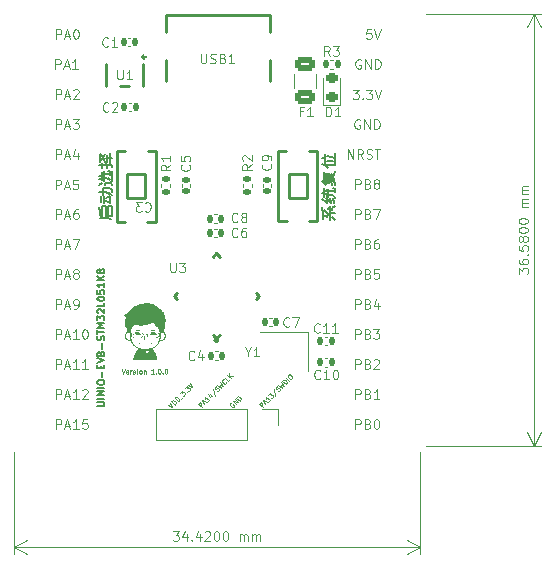
<source format=gto>
%TF.GenerationSoftware,KiCad,Pcbnew,(6.0.7)*%
%TF.CreationDate,2022-09-30T18:15:50+08:00*%
%TF.ProjectId,UINIO-EVB-STM32L051K8,55494e49-4f2d-4455-9642-2d53544d3332,rev?*%
%TF.SameCoordinates,Original*%
%TF.FileFunction,Legend,Top*%
%TF.FilePolarity,Positive*%
%FSLAX46Y46*%
G04 Gerber Fmt 4.6, Leading zero omitted, Abs format (unit mm)*
G04 Created by KiCad (PCBNEW (6.0.7)) date 2022-09-30 18:15:50*
%MOMM*%
%LPD*%
G01*
G04 APERTURE LIST*
G04 Aperture macros list*
%AMRoundRect*
0 Rectangle with rounded corners*
0 $1 Rounding radius*
0 $2 $3 $4 $5 $6 $7 $8 $9 X,Y pos of 4 corners*
0 Add a 4 corners polygon primitive as box body*
4,1,4,$2,$3,$4,$5,$6,$7,$8,$9,$2,$3,0*
0 Add four circle primitives for the rounded corners*
1,1,$1+$1,$2,$3*
1,1,$1+$1,$4,$5*
1,1,$1+$1,$6,$7*
1,1,$1+$1,$8,$9*
0 Add four rect primitives between the rounded corners*
20,1,$1+$1,$2,$3,$4,$5,0*
20,1,$1+$1,$4,$5,$6,$7,0*
20,1,$1+$1,$6,$7,$8,$9,0*
20,1,$1+$1,$8,$9,$2,$3,0*%
%AMRotRect*
0 Rectangle, with rotation*
0 The origin of the aperture is its center*
0 $1 length*
0 $2 width*
0 $3 Rotation angle, in degrees counterclockwise*
0 Add horizontal line*
21,1,$1,$2,0,0,$3*%
G04 Aperture macros list end*
%ADD10C,0.075000*%
%ADD11C,0.100000*%
%ADD12C,0.150000*%
%ADD13C,0.300000*%
%ADD14C,0.120000*%
%ADD15C,0.254000*%
%ADD16RoundRect,0.135000X0.135000X0.185000X-0.135000X0.185000X-0.135000X-0.185000X0.135000X-0.185000X0*%
%ADD17RoundRect,0.140000X-0.170000X0.140000X-0.170000X-0.140000X0.170000X-0.140000X0.170000X0.140000X0*%
%ADD18RoundRect,0.250000X0.625000X-0.375000X0.625000X0.375000X-0.625000X0.375000X-0.625000X-0.375000X0*%
%ADD19RoundRect,0.140000X0.140000X0.170000X-0.140000X0.170000X-0.140000X-0.170000X0.140000X-0.170000X0*%
%ADD20RotRect,0.600000X0.300000X135.000000*%
%ADD21RotRect,0.600000X0.300000X225.000000*%
%ADD22RotRect,0.600000X0.300000X315.000000*%
%ADD23RotRect,0.600000X0.300000X45.000000*%
%ADD24RotRect,3.450000X3.450000X45.000000*%
%ADD25RoundRect,0.135000X-0.185000X0.135000X-0.185000X-0.135000X0.185000X-0.135000X0.185000X0.135000X0*%
%ADD26O,1.700000X1.700000*%
%ADD27R,1.700000X1.700000*%
%ADD28C,0.650000*%
%ADD29O,1.000000X2.100000*%
%ADD30O,1.000000X1.900000*%
%ADD31R,0.600000X1.150000*%
%ADD32R,0.300000X1.150000*%
%ADD33RoundRect,0.140000X0.170000X-0.140000X0.170000X0.140000X-0.170000X0.140000X-0.170000X-0.140000X0*%
%ADD34R,1.500000X1.500000*%
%ADD35RoundRect,0.218750X0.256250X-0.218750X0.256250X0.218750X-0.256250X0.218750X-0.256250X-0.218750X0*%
%ADD36RoundRect,0.140000X-0.140000X-0.170000X0.140000X-0.170000X0.140000X0.170000X-0.140000X0.170000X0*%
%ADD37R,1.400000X1.200000*%
%ADD38R,0.600000X1.000000*%
G04 APERTURE END LIST*
D10*
X146848095Y-124820952D02*
X146981428Y-125220952D01*
X147114761Y-124820952D01*
X147400476Y-125201904D02*
X147362380Y-125220952D01*
X147286190Y-125220952D01*
X147248095Y-125201904D01*
X147229047Y-125163809D01*
X147229047Y-125011428D01*
X147248095Y-124973333D01*
X147286190Y-124954285D01*
X147362380Y-124954285D01*
X147400476Y-124973333D01*
X147419523Y-125011428D01*
X147419523Y-125049523D01*
X147229047Y-125087619D01*
X147590952Y-125220952D02*
X147590952Y-124954285D01*
X147590952Y-125030476D02*
X147610000Y-124992380D01*
X147629047Y-124973333D01*
X147667142Y-124954285D01*
X147705238Y-124954285D01*
X147819523Y-125201904D02*
X147857619Y-125220952D01*
X147933809Y-125220952D01*
X147971904Y-125201904D01*
X147990952Y-125163809D01*
X147990952Y-125144761D01*
X147971904Y-125106666D01*
X147933809Y-125087619D01*
X147876666Y-125087619D01*
X147838571Y-125068571D01*
X147819523Y-125030476D01*
X147819523Y-125011428D01*
X147838571Y-124973333D01*
X147876666Y-124954285D01*
X147933809Y-124954285D01*
X147971904Y-124973333D01*
X148162380Y-125220952D02*
X148162380Y-124954285D01*
X148162380Y-124820952D02*
X148143333Y-124840000D01*
X148162380Y-124859047D01*
X148181428Y-124840000D01*
X148162380Y-124820952D01*
X148162380Y-124859047D01*
X148410000Y-125220952D02*
X148371904Y-125201904D01*
X148352857Y-125182857D01*
X148333809Y-125144761D01*
X148333809Y-125030476D01*
X148352857Y-124992380D01*
X148371904Y-124973333D01*
X148410000Y-124954285D01*
X148467142Y-124954285D01*
X148505238Y-124973333D01*
X148524285Y-124992380D01*
X148543333Y-125030476D01*
X148543333Y-125144761D01*
X148524285Y-125182857D01*
X148505238Y-125201904D01*
X148467142Y-125220952D01*
X148410000Y-125220952D01*
X148714761Y-124954285D02*
X148714761Y-125220952D01*
X148714761Y-124992380D02*
X148733809Y-124973333D01*
X148771904Y-124954285D01*
X148829047Y-124954285D01*
X148867142Y-124973333D01*
X148886190Y-125011428D01*
X148886190Y-125220952D01*
X149590952Y-125220952D02*
X149362380Y-125220952D01*
X149476666Y-125220952D02*
X149476666Y-124820952D01*
X149438571Y-124878095D01*
X149400476Y-124916190D01*
X149362380Y-124935238D01*
X149762380Y-125182857D02*
X149781428Y-125201904D01*
X149762380Y-125220952D01*
X149743333Y-125201904D01*
X149762380Y-125182857D01*
X149762380Y-125220952D01*
X150029047Y-124820952D02*
X150067142Y-124820952D01*
X150105238Y-124840000D01*
X150124285Y-124859047D01*
X150143333Y-124897142D01*
X150162380Y-124973333D01*
X150162380Y-125068571D01*
X150143333Y-125144761D01*
X150124285Y-125182857D01*
X150105238Y-125201904D01*
X150067142Y-125220952D01*
X150029047Y-125220952D01*
X149990952Y-125201904D01*
X149971904Y-125182857D01*
X149952857Y-125144761D01*
X149933809Y-125068571D01*
X149933809Y-124973333D01*
X149952857Y-124897142D01*
X149971904Y-124859047D01*
X149990952Y-124840000D01*
X150029047Y-124820952D01*
X150333809Y-125182857D02*
X150352857Y-125201904D01*
X150333809Y-125220952D01*
X150314761Y-125201904D01*
X150333809Y-125182857D01*
X150333809Y-125220952D01*
X150600476Y-124820952D02*
X150638571Y-124820952D01*
X150676666Y-124840000D01*
X150695714Y-124859047D01*
X150714761Y-124897142D01*
X150733809Y-124973333D01*
X150733809Y-125068571D01*
X150714761Y-125144761D01*
X150695714Y-125182857D01*
X150676666Y-125201904D01*
X150638571Y-125220952D01*
X150600476Y-125220952D01*
X150562380Y-125201904D01*
X150543333Y-125182857D01*
X150524285Y-125144761D01*
X150505238Y-125068571D01*
X150505238Y-124973333D01*
X150524285Y-124897142D01*
X150543333Y-124859047D01*
X150562380Y-124840000D01*
X150600476Y-124820952D01*
D11*
X150782300Y-127867918D02*
X151159424Y-128056480D01*
X150970862Y-127679357D01*
X151347986Y-127867918D02*
X151065143Y-127585076D01*
X151132487Y-127517732D01*
X151186361Y-127490795D01*
X151240236Y-127490795D01*
X151280642Y-127504264D01*
X151347986Y-127544670D01*
X151388392Y-127585076D01*
X151428798Y-127652419D01*
X151442267Y-127692825D01*
X151442267Y-127746700D01*
X151415329Y-127800575D01*
X151347986Y-127867918D01*
X151630829Y-127585076D02*
X151347986Y-127302233D01*
X151415329Y-127234890D01*
X151469204Y-127207952D01*
X151523079Y-127207952D01*
X151563485Y-127221421D01*
X151630829Y-127261827D01*
X151671235Y-127302233D01*
X151711641Y-127369577D01*
X151725109Y-127409983D01*
X151725109Y-127463857D01*
X151698172Y-127517732D01*
X151630829Y-127585076D01*
X151873265Y-127396514D02*
X152088764Y-127181015D01*
X151819390Y-126830829D02*
X151994483Y-126655735D01*
X152007952Y-126857766D01*
X152048358Y-126817360D01*
X152088764Y-126803891D01*
X152115702Y-126803891D01*
X152156108Y-126817360D01*
X152223451Y-126884703D01*
X152236920Y-126925109D01*
X152236920Y-126952047D01*
X152223451Y-126992453D01*
X152142639Y-127073265D01*
X152102233Y-127086734D01*
X152075296Y-127086734D01*
X152371607Y-126790422D02*
X152398544Y-126790422D01*
X152398544Y-126817360D01*
X152371607Y-126817360D01*
X152371607Y-126790422D01*
X152398544Y-126817360D01*
X152223451Y-126426768D02*
X152398544Y-126251674D01*
X152412013Y-126453705D01*
X152452419Y-126413299D01*
X152492825Y-126399830D01*
X152519763Y-126399830D01*
X152560169Y-126413299D01*
X152627512Y-126480642D01*
X152640981Y-126521048D01*
X152640981Y-126547986D01*
X152627512Y-126588392D01*
X152546700Y-126669204D01*
X152506294Y-126682673D01*
X152479357Y-126682673D01*
X152479357Y-126170862D02*
X152856480Y-126359424D01*
X152667918Y-125982300D01*
X156153079Y-127694077D02*
X156112673Y-127707546D01*
X156072267Y-127747952D01*
X156045329Y-127801827D01*
X156045329Y-127855702D01*
X156058798Y-127896108D01*
X156099204Y-127963451D01*
X156139610Y-128003857D01*
X156206954Y-128044264D01*
X156247360Y-128057732D01*
X156301235Y-128057732D01*
X156355109Y-128030795D01*
X156382047Y-128003857D01*
X156408984Y-127949983D01*
X156408984Y-127923045D01*
X156314703Y-127828764D01*
X156260829Y-127882639D01*
X156557140Y-127828764D02*
X156274297Y-127545922D01*
X156718764Y-127667140D01*
X156435922Y-127384297D01*
X156853451Y-127532453D02*
X156570609Y-127249610D01*
X156637952Y-127182267D01*
X156691827Y-127155329D01*
X156745702Y-127155329D01*
X156786108Y-127168798D01*
X156853451Y-127209204D01*
X156893857Y-127249610D01*
X156934264Y-127316954D01*
X156947732Y-127357360D01*
X156947732Y-127411235D01*
X156920795Y-127465109D01*
X156853451Y-127532453D01*
X153631488Y-128074416D02*
X153348645Y-127791573D01*
X153456395Y-127683824D01*
X153496801Y-127670355D01*
X153523739Y-127670355D01*
X153564145Y-127683824D01*
X153604551Y-127724230D01*
X153618019Y-127764636D01*
X153618019Y-127791573D01*
X153604551Y-127831980D01*
X153496801Y-127939729D01*
X153820050Y-127724230D02*
X153954737Y-127589543D01*
X153873925Y-127831980D02*
X153685363Y-127454856D01*
X154062487Y-127643418D01*
X154304923Y-127400981D02*
X154143299Y-127562605D01*
X154224111Y-127481793D02*
X153941268Y-127198951D01*
X153954737Y-127266294D01*
X153954737Y-127320169D01*
X153941268Y-127360575D01*
X154358798Y-126969983D02*
X154547360Y-127158544D01*
X154183705Y-126929577D02*
X154318392Y-127198951D01*
X154493485Y-127023857D01*
X154601235Y-126512047D02*
X154722453Y-127118138D01*
X154964890Y-126714077D02*
X155018764Y-126687140D01*
X155086108Y-126619796D01*
X155099577Y-126579390D01*
X155099577Y-126552453D01*
X155086108Y-126512047D01*
X155059170Y-126485109D01*
X155018764Y-126471641D01*
X154991827Y-126471641D01*
X154951421Y-126485109D01*
X154884077Y-126525516D01*
X154843671Y-126538984D01*
X154816734Y-126538984D01*
X154776328Y-126525516D01*
X154749390Y-126498578D01*
X154735922Y-126458172D01*
X154735922Y-126431235D01*
X154749390Y-126390829D01*
X154816734Y-126323485D01*
X154870609Y-126296548D01*
X154951421Y-126188798D02*
X155301607Y-126404297D01*
X155153451Y-126148392D01*
X155409357Y-126296548D01*
X155193857Y-125946361D01*
X155719137Y-125932893D02*
X155719137Y-125959830D01*
X155692199Y-126013705D01*
X155665262Y-126040642D01*
X155611387Y-126067580D01*
X155557512Y-126067580D01*
X155517106Y-126054111D01*
X155449763Y-126013705D01*
X155409357Y-125973299D01*
X155368951Y-125905955D01*
X155355482Y-125865549D01*
X155355482Y-125811674D01*
X155382419Y-125757800D01*
X155409357Y-125730862D01*
X155463231Y-125703925D01*
X155490169Y-125703925D01*
X156001980Y-125703925D02*
X155867292Y-125838612D01*
X155584450Y-125555769D01*
X156096260Y-125609644D02*
X155813418Y-125326801D01*
X156257885Y-125448019D02*
X155975042Y-125407613D01*
X155975042Y-125165177D02*
X155975042Y-125488426D01*
X158791894Y-128074010D02*
X158509052Y-127791167D01*
X158616801Y-127683418D01*
X158657207Y-127669949D01*
X158684145Y-127669949D01*
X158724551Y-127683418D01*
X158764957Y-127723824D01*
X158778426Y-127764230D01*
X158778426Y-127791167D01*
X158764957Y-127831573D01*
X158657207Y-127939323D01*
X158980456Y-127723824D02*
X159115143Y-127589137D01*
X159034331Y-127831573D02*
X158845769Y-127454450D01*
X159222893Y-127643012D01*
X159465329Y-127400575D02*
X159303705Y-127562199D01*
X159384517Y-127481387D02*
X159101674Y-127198544D01*
X159115143Y-127265888D01*
X159115143Y-127319763D01*
X159101674Y-127360169D01*
X159276768Y-127023451D02*
X159451861Y-126848358D01*
X159465329Y-127050389D01*
X159505735Y-127009983D01*
X159546142Y-126996514D01*
X159573079Y-126996514D01*
X159613485Y-127009983D01*
X159680829Y-127077326D01*
X159694297Y-127117732D01*
X159694297Y-127144670D01*
X159680829Y-127185076D01*
X159600016Y-127265888D01*
X159559610Y-127279357D01*
X159532673Y-127279357D01*
X159761641Y-126511641D02*
X159882859Y-127117732D01*
X160125296Y-126713671D02*
X160179170Y-126686734D01*
X160246514Y-126619390D01*
X160259983Y-126578984D01*
X160259983Y-126552047D01*
X160246514Y-126511641D01*
X160219577Y-126484703D01*
X160179170Y-126471235D01*
X160152233Y-126471235D01*
X160111827Y-126484703D01*
X160044483Y-126525109D01*
X160004077Y-126538578D01*
X159977140Y-126538578D01*
X159936734Y-126525109D01*
X159909796Y-126498172D01*
X159896328Y-126457766D01*
X159896328Y-126430829D01*
X159909796Y-126390422D01*
X159977140Y-126323079D01*
X160031015Y-126296142D01*
X160111827Y-126188392D02*
X160462013Y-126403891D01*
X160313857Y-126147986D01*
X160569763Y-126296142D01*
X160354264Y-125945955D01*
X160744856Y-126121048D02*
X160462013Y-125838206D01*
X160529357Y-125770862D01*
X160583231Y-125743925D01*
X160637106Y-125743925D01*
X160677512Y-125757394D01*
X160744856Y-125797800D01*
X160785262Y-125838206D01*
X160825668Y-125905549D01*
X160839137Y-125945955D01*
X160839137Y-125999830D01*
X160812199Y-126053705D01*
X160744856Y-126121048D01*
X161027699Y-125838206D02*
X160744856Y-125555363D01*
X160933418Y-125366801D02*
X160987292Y-125312926D01*
X161027699Y-125299458D01*
X161081573Y-125299458D01*
X161148917Y-125339864D01*
X161243198Y-125434145D01*
X161283604Y-125501488D01*
X161283604Y-125555363D01*
X161270135Y-125595769D01*
X161216260Y-125649644D01*
X161175854Y-125663113D01*
X161121980Y-125663113D01*
X161054636Y-125622707D01*
X160960355Y-125528426D01*
X160919949Y-125461082D01*
X160919949Y-125407207D01*
X160933418Y-125366801D01*
X166649523Y-114661904D02*
X166649523Y-113861904D01*
X166954285Y-113861904D01*
X167030476Y-113900000D01*
X167068571Y-113938095D01*
X167106666Y-114014285D01*
X167106666Y-114128571D01*
X167068571Y-114204761D01*
X167030476Y-114242857D01*
X166954285Y-114280952D01*
X166649523Y-114280952D01*
X167716190Y-114242857D02*
X167830476Y-114280952D01*
X167868571Y-114319047D01*
X167906666Y-114395238D01*
X167906666Y-114509523D01*
X167868571Y-114585714D01*
X167830476Y-114623809D01*
X167754285Y-114661904D01*
X167449523Y-114661904D01*
X167449523Y-113861904D01*
X167716190Y-113861904D01*
X167792380Y-113900000D01*
X167830476Y-113938095D01*
X167868571Y-114014285D01*
X167868571Y-114090476D01*
X167830476Y-114166666D01*
X167792380Y-114204761D01*
X167716190Y-114242857D01*
X167449523Y-114242857D01*
X168592380Y-113861904D02*
X168440000Y-113861904D01*
X168363809Y-113900000D01*
X168325714Y-113938095D01*
X168249523Y-114052380D01*
X168211428Y-114204761D01*
X168211428Y-114509523D01*
X168249523Y-114585714D01*
X168287619Y-114623809D01*
X168363809Y-114661904D01*
X168516190Y-114661904D01*
X168592380Y-114623809D01*
X168630476Y-114585714D01*
X168668571Y-114509523D01*
X168668571Y-114319047D01*
X168630476Y-114242857D01*
X168592380Y-114204761D01*
X168516190Y-114166666D01*
X168363809Y-114166666D01*
X168287619Y-114204761D01*
X168249523Y-114242857D01*
X168211428Y-114319047D01*
X141306666Y-107041904D02*
X141306666Y-106241904D01*
X141611428Y-106241904D01*
X141687619Y-106280000D01*
X141725714Y-106318095D01*
X141763809Y-106394285D01*
X141763809Y-106508571D01*
X141725714Y-106584761D01*
X141687619Y-106622857D01*
X141611428Y-106660952D01*
X141306666Y-106660952D01*
X142068571Y-106813333D02*
X142449523Y-106813333D01*
X141992380Y-107041904D02*
X142259047Y-106241904D01*
X142525714Y-107041904D01*
X143135238Y-106508571D02*
X143135238Y-107041904D01*
X142944761Y-106203809D02*
X142754285Y-106775238D01*
X143249523Y-106775238D01*
D12*
X144791428Y-127961428D02*
X145277142Y-127961428D01*
X145334285Y-127932857D01*
X145362857Y-127904285D01*
X145391428Y-127847142D01*
X145391428Y-127732857D01*
X145362857Y-127675714D01*
X145334285Y-127647142D01*
X145277142Y-127618571D01*
X144791428Y-127618571D01*
X145391428Y-127332857D02*
X144791428Y-127332857D01*
X145391428Y-127047142D02*
X144791428Y-127047142D01*
X145391428Y-126704285D01*
X144791428Y-126704285D01*
X145391428Y-126418571D02*
X144791428Y-126418571D01*
X144791428Y-126018571D02*
X144791428Y-125904285D01*
X144820000Y-125847142D01*
X144877142Y-125790000D01*
X144991428Y-125761428D01*
X145191428Y-125761428D01*
X145305714Y-125790000D01*
X145362857Y-125847142D01*
X145391428Y-125904285D01*
X145391428Y-126018571D01*
X145362857Y-126075714D01*
X145305714Y-126132857D01*
X145191428Y-126161428D01*
X144991428Y-126161428D01*
X144877142Y-126132857D01*
X144820000Y-126075714D01*
X144791428Y-126018571D01*
X145162857Y-125504285D02*
X145162857Y-125047142D01*
X145077142Y-124761428D02*
X145077142Y-124561428D01*
X145391428Y-124475714D02*
X145391428Y-124761428D01*
X144791428Y-124761428D01*
X144791428Y-124475714D01*
X144791428Y-124304285D02*
X145391428Y-124104285D01*
X144791428Y-123904285D01*
X145077142Y-123504285D02*
X145105714Y-123418571D01*
X145134285Y-123390000D01*
X145191428Y-123361428D01*
X145277142Y-123361428D01*
X145334285Y-123390000D01*
X145362857Y-123418571D01*
X145391428Y-123475714D01*
X145391428Y-123704285D01*
X144791428Y-123704285D01*
X144791428Y-123504285D01*
X144820000Y-123447142D01*
X144848571Y-123418571D01*
X144905714Y-123390000D01*
X144962857Y-123390000D01*
X145020000Y-123418571D01*
X145048571Y-123447142D01*
X145077142Y-123504285D01*
X145077142Y-123704285D01*
X145162857Y-123104285D02*
X145162857Y-122647142D01*
X145362857Y-122390000D02*
X145391428Y-122304285D01*
X145391428Y-122161428D01*
X145362857Y-122104285D01*
X145334285Y-122075714D01*
X145277142Y-122047142D01*
X145220000Y-122047142D01*
X145162857Y-122075714D01*
X145134285Y-122104285D01*
X145105714Y-122161428D01*
X145077142Y-122275714D01*
X145048571Y-122332857D01*
X145020000Y-122361428D01*
X144962857Y-122390000D01*
X144905714Y-122390000D01*
X144848571Y-122361428D01*
X144820000Y-122332857D01*
X144791428Y-122275714D01*
X144791428Y-122132857D01*
X144820000Y-122047142D01*
X144791428Y-121875714D02*
X144791428Y-121532857D01*
X145391428Y-121704285D02*
X144791428Y-121704285D01*
X145391428Y-121332857D02*
X144791428Y-121332857D01*
X145220000Y-121132857D01*
X144791428Y-120932857D01*
X145391428Y-120932857D01*
X144791428Y-120704285D02*
X144791428Y-120332857D01*
X145020000Y-120532857D01*
X145020000Y-120447142D01*
X145048571Y-120390000D01*
X145077142Y-120361428D01*
X145134285Y-120332857D01*
X145277142Y-120332857D01*
X145334285Y-120361428D01*
X145362857Y-120390000D01*
X145391428Y-120447142D01*
X145391428Y-120618571D01*
X145362857Y-120675714D01*
X145334285Y-120704285D01*
X144848571Y-120104285D02*
X144820000Y-120075714D01*
X144791428Y-120018571D01*
X144791428Y-119875714D01*
X144820000Y-119818571D01*
X144848571Y-119790000D01*
X144905714Y-119761428D01*
X144962857Y-119761428D01*
X145048571Y-119790000D01*
X145391428Y-120132857D01*
X145391428Y-119761428D01*
X145391428Y-119218571D02*
X145391428Y-119504285D01*
X144791428Y-119504285D01*
X144791428Y-118904285D02*
X144791428Y-118847142D01*
X144820000Y-118790000D01*
X144848571Y-118761428D01*
X144905714Y-118732857D01*
X145020000Y-118704285D01*
X145162857Y-118704285D01*
X145277142Y-118732857D01*
X145334285Y-118761428D01*
X145362857Y-118790000D01*
X145391428Y-118847142D01*
X145391428Y-118904285D01*
X145362857Y-118961428D01*
X145334285Y-118990000D01*
X145277142Y-119018571D01*
X145162857Y-119047142D01*
X145020000Y-119047142D01*
X144905714Y-119018571D01*
X144848571Y-118990000D01*
X144820000Y-118961428D01*
X144791428Y-118904285D01*
X144791428Y-118161428D02*
X144791428Y-118447142D01*
X145077142Y-118475714D01*
X145048571Y-118447142D01*
X145020000Y-118390000D01*
X145020000Y-118247142D01*
X145048571Y-118190000D01*
X145077142Y-118161428D01*
X145134285Y-118132857D01*
X145277142Y-118132857D01*
X145334285Y-118161428D01*
X145362857Y-118190000D01*
X145391428Y-118247142D01*
X145391428Y-118390000D01*
X145362857Y-118447142D01*
X145334285Y-118475714D01*
X145391428Y-117561428D02*
X145391428Y-117904285D01*
X145391428Y-117732857D02*
X144791428Y-117732857D01*
X144877142Y-117790000D01*
X144934285Y-117847142D01*
X144962857Y-117904285D01*
X145391428Y-117304285D02*
X144791428Y-117304285D01*
X145391428Y-116961428D02*
X145048571Y-117218571D01*
X144791428Y-116961428D02*
X145134285Y-117304285D01*
X145048571Y-116618571D02*
X145020000Y-116675714D01*
X144991428Y-116704285D01*
X144934285Y-116732857D01*
X144905714Y-116732857D01*
X144848571Y-116704285D01*
X144820000Y-116675714D01*
X144791428Y-116618571D01*
X144791428Y-116504285D01*
X144820000Y-116447142D01*
X144848571Y-116418571D01*
X144905714Y-116390000D01*
X144934285Y-116390000D01*
X144991428Y-116418571D01*
X145020000Y-116447142D01*
X145048571Y-116504285D01*
X145048571Y-116618571D01*
X145077142Y-116675714D01*
X145105714Y-116704285D01*
X145162857Y-116732857D01*
X145277142Y-116732857D01*
X145334285Y-116704285D01*
X145362857Y-116675714D01*
X145391428Y-116618571D01*
X145391428Y-116504285D01*
X145362857Y-116447142D01*
X145334285Y-116418571D01*
X145277142Y-116390000D01*
X145162857Y-116390000D01*
X145105714Y-116418571D01*
X145077142Y-116447142D01*
X145048571Y-116504285D01*
D11*
X141306666Y-96881904D02*
X141306666Y-96081904D01*
X141611428Y-96081904D01*
X141687619Y-96120000D01*
X141725714Y-96158095D01*
X141763809Y-96234285D01*
X141763809Y-96348571D01*
X141725714Y-96424761D01*
X141687619Y-96462857D01*
X141611428Y-96500952D01*
X141306666Y-96500952D01*
X142068571Y-96653333D02*
X142449523Y-96653333D01*
X141992380Y-96881904D02*
X142259047Y-96081904D01*
X142525714Y-96881904D01*
X142944761Y-96081904D02*
X143020952Y-96081904D01*
X143097142Y-96120000D01*
X143135238Y-96158095D01*
X143173333Y-96234285D01*
X143211428Y-96386666D01*
X143211428Y-96577142D01*
X143173333Y-96729523D01*
X143135238Y-96805714D01*
X143097142Y-96843809D01*
X143020952Y-96881904D01*
X142944761Y-96881904D01*
X142868571Y-96843809D01*
X142830476Y-96805714D01*
X142792380Y-96729523D01*
X142754285Y-96577142D01*
X142754285Y-96386666D01*
X142792380Y-96234285D01*
X142830476Y-96158095D01*
X142868571Y-96120000D01*
X142944761Y-96081904D01*
X141246666Y-99421904D02*
X141246666Y-98621904D01*
X141551428Y-98621904D01*
X141627619Y-98660000D01*
X141665714Y-98698095D01*
X141703809Y-98774285D01*
X141703809Y-98888571D01*
X141665714Y-98964761D01*
X141627619Y-99002857D01*
X141551428Y-99040952D01*
X141246666Y-99040952D01*
X142008571Y-99193333D02*
X142389523Y-99193333D01*
X141932380Y-99421904D02*
X142199047Y-98621904D01*
X142465714Y-99421904D01*
X143151428Y-99421904D02*
X142694285Y-99421904D01*
X142922857Y-99421904D02*
X142922857Y-98621904D01*
X142846666Y-98736190D01*
X142770476Y-98812380D01*
X142694285Y-98850476D01*
X141306714Y-129901904D02*
X141306714Y-129101904D01*
X141611476Y-129101904D01*
X141687666Y-129140000D01*
X141725761Y-129178095D01*
X141763857Y-129254285D01*
X141763857Y-129368571D01*
X141725761Y-129444761D01*
X141687666Y-129482857D01*
X141611476Y-129520952D01*
X141306714Y-129520952D01*
X142068619Y-129673333D02*
X142449571Y-129673333D01*
X141992428Y-129901904D02*
X142259095Y-129101904D01*
X142525761Y-129901904D01*
X143211476Y-129901904D02*
X142754333Y-129901904D01*
X142982904Y-129901904D02*
X142982904Y-129101904D01*
X142906714Y-129216190D01*
X142830523Y-129292380D01*
X142754333Y-129330476D01*
X143935285Y-129101904D02*
X143554333Y-129101904D01*
X143516238Y-129482857D01*
X143554333Y-129444761D01*
X143630523Y-129406666D01*
X143821000Y-129406666D01*
X143897190Y-129444761D01*
X143935285Y-129482857D01*
X143973380Y-129559047D01*
X143973380Y-129749523D01*
X143935285Y-129825714D01*
X143897190Y-129863809D01*
X143821000Y-129901904D01*
X143630523Y-129901904D01*
X143554333Y-129863809D01*
X143516238Y-129825714D01*
X165994714Y-107041904D02*
X165994714Y-106241904D01*
X166451857Y-107041904D01*
X166451857Y-106241904D01*
X167289952Y-107041904D02*
X167023285Y-106660952D01*
X166832809Y-107041904D02*
X166832809Y-106241904D01*
X167137571Y-106241904D01*
X167213761Y-106280000D01*
X167251857Y-106318095D01*
X167289952Y-106394285D01*
X167289952Y-106508571D01*
X167251857Y-106584761D01*
X167213761Y-106622857D01*
X167137571Y-106660952D01*
X166832809Y-106660952D01*
X167594714Y-107003809D02*
X167709000Y-107041904D01*
X167899476Y-107041904D01*
X167975666Y-107003809D01*
X168013761Y-106965714D01*
X168051857Y-106889523D01*
X168051857Y-106813333D01*
X168013761Y-106737142D01*
X167975666Y-106699047D01*
X167899476Y-106660952D01*
X167747095Y-106622857D01*
X167670904Y-106584761D01*
X167632809Y-106546666D01*
X167594714Y-106470476D01*
X167594714Y-106394285D01*
X167632809Y-106318095D01*
X167670904Y-106280000D01*
X167747095Y-106241904D01*
X167937571Y-106241904D01*
X168051857Y-106280000D01*
X168280428Y-106241904D02*
X168737571Y-106241904D01*
X168509000Y-107041904D02*
X168509000Y-106241904D01*
X141306666Y-104501904D02*
X141306666Y-103701904D01*
X141611428Y-103701904D01*
X141687619Y-103740000D01*
X141725714Y-103778095D01*
X141763809Y-103854285D01*
X141763809Y-103968571D01*
X141725714Y-104044761D01*
X141687619Y-104082857D01*
X141611428Y-104120952D01*
X141306666Y-104120952D01*
X142068571Y-104273333D02*
X142449523Y-104273333D01*
X141992380Y-104501904D02*
X142259047Y-103701904D01*
X142525714Y-104501904D01*
X142716190Y-103701904D02*
X143211428Y-103701904D01*
X142944761Y-104006666D01*
X143059047Y-104006666D01*
X143135238Y-104044761D01*
X143173333Y-104082857D01*
X143211428Y-104159047D01*
X143211428Y-104349523D01*
X143173333Y-104425714D01*
X143135238Y-104463809D01*
X143059047Y-104501904D01*
X142830476Y-104501904D01*
X142754285Y-104463809D01*
X142716190Y-104425714D01*
X167030476Y-103740000D02*
X166954285Y-103701904D01*
X166840000Y-103701904D01*
X166725714Y-103740000D01*
X166649523Y-103816190D01*
X166611428Y-103892380D01*
X166573333Y-104044761D01*
X166573333Y-104159047D01*
X166611428Y-104311428D01*
X166649523Y-104387619D01*
X166725714Y-104463809D01*
X166840000Y-104501904D01*
X166916190Y-104501904D01*
X167030476Y-104463809D01*
X167068571Y-104425714D01*
X167068571Y-104159047D01*
X166916190Y-104159047D01*
X167411428Y-104501904D02*
X167411428Y-103701904D01*
X167868571Y-104501904D01*
X167868571Y-103701904D01*
X168249523Y-104501904D02*
X168249523Y-103701904D01*
X168440000Y-103701904D01*
X168554285Y-103740000D01*
X168630476Y-103816190D01*
X168668571Y-103892380D01*
X168706666Y-104044761D01*
X168706666Y-104159047D01*
X168668571Y-104311428D01*
X168630476Y-104387619D01*
X168554285Y-104463809D01*
X168440000Y-104501904D01*
X168249523Y-104501904D01*
X166649523Y-127361904D02*
X166649523Y-126561904D01*
X166954285Y-126561904D01*
X167030476Y-126600000D01*
X167068571Y-126638095D01*
X167106666Y-126714285D01*
X167106666Y-126828571D01*
X167068571Y-126904761D01*
X167030476Y-126942857D01*
X166954285Y-126980952D01*
X166649523Y-126980952D01*
X167716190Y-126942857D02*
X167830476Y-126980952D01*
X167868571Y-127019047D01*
X167906666Y-127095238D01*
X167906666Y-127209523D01*
X167868571Y-127285714D01*
X167830476Y-127323809D01*
X167754285Y-127361904D01*
X167449523Y-127361904D01*
X167449523Y-126561904D01*
X167716190Y-126561904D01*
X167792380Y-126600000D01*
X167830476Y-126638095D01*
X167868571Y-126714285D01*
X167868571Y-126790476D01*
X167830476Y-126866666D01*
X167792380Y-126904761D01*
X167716190Y-126942857D01*
X167449523Y-126942857D01*
X168668571Y-127361904D02*
X168211428Y-127361904D01*
X168440000Y-127361904D02*
X168440000Y-126561904D01*
X168363809Y-126676190D01*
X168287619Y-126752380D01*
X168211428Y-126790476D01*
X141306666Y-112121904D02*
X141306666Y-111321904D01*
X141611428Y-111321904D01*
X141687619Y-111360000D01*
X141725714Y-111398095D01*
X141763809Y-111474285D01*
X141763809Y-111588571D01*
X141725714Y-111664761D01*
X141687619Y-111702857D01*
X141611428Y-111740952D01*
X141306666Y-111740952D01*
X142068571Y-111893333D02*
X142449523Y-111893333D01*
X141992380Y-112121904D02*
X142259047Y-111321904D01*
X142525714Y-112121904D01*
X143135238Y-111321904D02*
X142982857Y-111321904D01*
X142906666Y-111360000D01*
X142868571Y-111398095D01*
X142792380Y-111512380D01*
X142754285Y-111664761D01*
X142754285Y-111969523D01*
X142792380Y-112045714D01*
X142830476Y-112083809D01*
X142906666Y-112121904D01*
X143059047Y-112121904D01*
X143135238Y-112083809D01*
X143173333Y-112045714D01*
X143211428Y-111969523D01*
X143211428Y-111779047D01*
X143173333Y-111702857D01*
X143135238Y-111664761D01*
X143059047Y-111626666D01*
X142906666Y-111626666D01*
X142830476Y-111664761D01*
X142792380Y-111702857D01*
X142754285Y-111779047D01*
X166649523Y-109581904D02*
X166649523Y-108781904D01*
X166954285Y-108781904D01*
X167030476Y-108820000D01*
X167068571Y-108858095D01*
X167106666Y-108934285D01*
X167106666Y-109048571D01*
X167068571Y-109124761D01*
X167030476Y-109162857D01*
X166954285Y-109200952D01*
X166649523Y-109200952D01*
X167716190Y-109162857D02*
X167830476Y-109200952D01*
X167868571Y-109239047D01*
X167906666Y-109315238D01*
X167906666Y-109429523D01*
X167868571Y-109505714D01*
X167830476Y-109543809D01*
X167754285Y-109581904D01*
X167449523Y-109581904D01*
X167449523Y-108781904D01*
X167716190Y-108781904D01*
X167792380Y-108820000D01*
X167830476Y-108858095D01*
X167868571Y-108934285D01*
X167868571Y-109010476D01*
X167830476Y-109086666D01*
X167792380Y-109124761D01*
X167716190Y-109162857D01*
X167449523Y-109162857D01*
X168363809Y-109124761D02*
X168287619Y-109086666D01*
X168249523Y-109048571D01*
X168211428Y-108972380D01*
X168211428Y-108934285D01*
X168249523Y-108858095D01*
X168287619Y-108820000D01*
X168363809Y-108781904D01*
X168516190Y-108781904D01*
X168592380Y-108820000D01*
X168630476Y-108858095D01*
X168668571Y-108934285D01*
X168668571Y-108972380D01*
X168630476Y-109048571D01*
X168592380Y-109086666D01*
X168516190Y-109124761D01*
X168363809Y-109124761D01*
X168287619Y-109162857D01*
X168249523Y-109200952D01*
X168211428Y-109277142D01*
X168211428Y-109429523D01*
X168249523Y-109505714D01*
X168287619Y-109543809D01*
X168363809Y-109581904D01*
X168516190Y-109581904D01*
X168592380Y-109543809D01*
X168630476Y-109505714D01*
X168668571Y-109429523D01*
X168668571Y-109277142D01*
X168630476Y-109200952D01*
X168592380Y-109162857D01*
X168516190Y-109124761D01*
X166649523Y-124821904D02*
X166649523Y-124021904D01*
X166954285Y-124021904D01*
X167030476Y-124060000D01*
X167068571Y-124098095D01*
X167106666Y-124174285D01*
X167106666Y-124288571D01*
X167068571Y-124364761D01*
X167030476Y-124402857D01*
X166954285Y-124440952D01*
X166649523Y-124440952D01*
X167716190Y-124402857D02*
X167830476Y-124440952D01*
X167868571Y-124479047D01*
X167906666Y-124555238D01*
X167906666Y-124669523D01*
X167868571Y-124745714D01*
X167830476Y-124783809D01*
X167754285Y-124821904D01*
X167449523Y-124821904D01*
X167449523Y-124021904D01*
X167716190Y-124021904D01*
X167792380Y-124060000D01*
X167830476Y-124098095D01*
X167868571Y-124174285D01*
X167868571Y-124250476D01*
X167830476Y-124326666D01*
X167792380Y-124364761D01*
X167716190Y-124402857D01*
X167449523Y-124402857D01*
X168211428Y-124098095D02*
X168249523Y-124060000D01*
X168325714Y-124021904D01*
X168516190Y-124021904D01*
X168592380Y-124060000D01*
X168630476Y-124098095D01*
X168668571Y-124174285D01*
X168668571Y-124250476D01*
X168630476Y-124364761D01*
X168173333Y-124821904D01*
X168668571Y-124821904D01*
X167977619Y-96081904D02*
X167596666Y-96081904D01*
X167558571Y-96462857D01*
X167596666Y-96424761D01*
X167672857Y-96386666D01*
X167863333Y-96386666D01*
X167939523Y-96424761D01*
X167977619Y-96462857D01*
X168015714Y-96539047D01*
X168015714Y-96729523D01*
X167977619Y-96805714D01*
X167939523Y-96843809D01*
X167863333Y-96881904D01*
X167672857Y-96881904D01*
X167596666Y-96843809D01*
X167558571Y-96805714D01*
X168244285Y-96081904D02*
X168510952Y-96881904D01*
X168777619Y-96081904D01*
D12*
X164503809Y-112237142D02*
X164503809Y-111094285D01*
X164503809Y-111618095D02*
X164932380Y-111618095D01*
X164646666Y-111332380D02*
X164694285Y-111237142D01*
X164884761Y-110999047D01*
X164313333Y-111284761D02*
X164599047Y-111046666D01*
X164646666Y-111951428D02*
X164884761Y-112189523D01*
X163837142Y-111094285D02*
X163932380Y-111713333D01*
X163932380Y-112141904D01*
X163932380Y-111760952D02*
X164218095Y-111999047D01*
X164313333Y-111713333D01*
X164027619Y-111380000D02*
X164503809Y-111856190D01*
X164027619Y-110237142D02*
X164027619Y-109522857D01*
X164360952Y-109951428D02*
X164360952Y-109618095D01*
X164360952Y-110237142D02*
X164360952Y-109808571D01*
X164932380Y-109808571D02*
X164932380Y-109522857D01*
X164408571Y-109760952D02*
X164932380Y-109760952D01*
X164789523Y-109522857D02*
X164932380Y-109570476D01*
X164170476Y-109760952D02*
X164313333Y-109570476D01*
X164075238Y-110618095D02*
X164265714Y-110713333D01*
X164122857Y-110380000D02*
X164265714Y-110475238D01*
X164551428Y-110760952D01*
X164027619Y-109903809D02*
X164170476Y-110046666D01*
X164360952Y-110237142D01*
X163789523Y-109951428D02*
X163980000Y-109903809D01*
X163789523Y-110475238D02*
X164170476Y-110665714D01*
X164837142Y-110189523D02*
X164932380Y-110380000D01*
X164456190Y-110094285D02*
X164789523Y-110141904D01*
X164218095Y-110427619D02*
X164265714Y-110760952D01*
X164503809Y-110380000D02*
X164551428Y-110760952D01*
X164741904Y-110380000D02*
X164837142Y-110760952D01*
X163980000Y-109046666D02*
X163980000Y-108141904D01*
X164265714Y-109046666D02*
X164265714Y-108237142D01*
X164408571Y-109046666D02*
X164408571Y-108237142D01*
X164599047Y-108951428D02*
X164599047Y-108284761D01*
X164075238Y-109046666D02*
X164408571Y-109046666D01*
X164075238Y-109046666D02*
X164075238Y-108284761D01*
X164408571Y-108284761D01*
X163789523Y-108903809D02*
X164122857Y-109237142D01*
X164408571Y-108808571D02*
X164551428Y-108951428D01*
X164694285Y-109284761D01*
X164646666Y-108951428D02*
X164789523Y-108618095D01*
X164932380Y-108141904D01*
X164789523Y-108665714D02*
X164932380Y-108046666D01*
X164599047Y-108332380D02*
X164789523Y-108618095D01*
X164837142Y-108856190D01*
X164932380Y-109237142D01*
X164075238Y-107427619D02*
X164075238Y-106618095D01*
X164884761Y-107475238D02*
X164884761Y-106570476D01*
X164027619Y-107570476D02*
X164932380Y-107570476D01*
X163789523Y-106999047D02*
X164075238Y-106999047D01*
X164218095Y-106760952D02*
X164884761Y-106951428D01*
X164218095Y-107237142D02*
X164741904Y-107189523D01*
X163837142Y-107475238D02*
X164122857Y-107618095D01*
X164313333Y-107808571D01*
D11*
X141306666Y-101961904D02*
X141306666Y-101161904D01*
X141611428Y-101161904D01*
X141687619Y-101200000D01*
X141725714Y-101238095D01*
X141763809Y-101314285D01*
X141763809Y-101428571D01*
X141725714Y-101504761D01*
X141687619Y-101542857D01*
X141611428Y-101580952D01*
X141306666Y-101580952D01*
X142068571Y-101733333D02*
X142449523Y-101733333D01*
X141992380Y-101961904D02*
X142259047Y-101161904D01*
X142525714Y-101961904D01*
X142754285Y-101238095D02*
X142792380Y-101200000D01*
X142868571Y-101161904D01*
X143059047Y-101161904D01*
X143135238Y-101200000D01*
X143173333Y-101238095D01*
X143211428Y-101314285D01*
X143211428Y-101390476D01*
X143173333Y-101504761D01*
X142716190Y-101961904D01*
X143211428Y-101961904D01*
X141306666Y-114661904D02*
X141306666Y-113861904D01*
X141611428Y-113861904D01*
X141687619Y-113900000D01*
X141725714Y-113938095D01*
X141763809Y-114014285D01*
X141763809Y-114128571D01*
X141725714Y-114204761D01*
X141687619Y-114242857D01*
X141611428Y-114280952D01*
X141306666Y-114280952D01*
X142068571Y-114433333D02*
X142449523Y-114433333D01*
X141992380Y-114661904D02*
X142259047Y-113861904D01*
X142525714Y-114661904D01*
X142716190Y-113861904D02*
X143249523Y-113861904D01*
X142906666Y-114661904D01*
X166649523Y-112121904D02*
X166649523Y-111321904D01*
X166954285Y-111321904D01*
X167030476Y-111360000D01*
X167068571Y-111398095D01*
X167106666Y-111474285D01*
X167106666Y-111588571D01*
X167068571Y-111664761D01*
X167030476Y-111702857D01*
X166954285Y-111740952D01*
X166649523Y-111740952D01*
X167716190Y-111702857D02*
X167830476Y-111740952D01*
X167868571Y-111779047D01*
X167906666Y-111855238D01*
X167906666Y-111969523D01*
X167868571Y-112045714D01*
X167830476Y-112083809D01*
X167754285Y-112121904D01*
X167449523Y-112121904D01*
X167449523Y-111321904D01*
X167716190Y-111321904D01*
X167792380Y-111360000D01*
X167830476Y-111398095D01*
X167868571Y-111474285D01*
X167868571Y-111550476D01*
X167830476Y-111626666D01*
X167792380Y-111664761D01*
X167716190Y-111702857D01*
X167449523Y-111702857D01*
X168173333Y-111321904D02*
X168706666Y-111321904D01*
X168363809Y-112121904D01*
X166429047Y-101171904D02*
X166924285Y-101171904D01*
X166657619Y-101476666D01*
X166771904Y-101476666D01*
X166848095Y-101514761D01*
X166886190Y-101552857D01*
X166924285Y-101629047D01*
X166924285Y-101819523D01*
X166886190Y-101895714D01*
X166848095Y-101933809D01*
X166771904Y-101971904D01*
X166543333Y-101971904D01*
X166467142Y-101933809D01*
X166429047Y-101895714D01*
X167267142Y-101895714D02*
X167305238Y-101933809D01*
X167267142Y-101971904D01*
X167229047Y-101933809D01*
X167267142Y-101895714D01*
X167267142Y-101971904D01*
X167571904Y-101171904D02*
X168067142Y-101171904D01*
X167800476Y-101476666D01*
X167914761Y-101476666D01*
X167990952Y-101514761D01*
X168029047Y-101552857D01*
X168067142Y-101629047D01*
X168067142Y-101819523D01*
X168029047Y-101895714D01*
X167990952Y-101933809D01*
X167914761Y-101971904D01*
X167686190Y-101971904D01*
X167610000Y-101933809D01*
X167571904Y-101895714D01*
X168295714Y-101171904D02*
X168562380Y-101971904D01*
X168829047Y-101171904D01*
X141306666Y-119741904D02*
X141306666Y-118941904D01*
X141611428Y-118941904D01*
X141687619Y-118980000D01*
X141725714Y-119018095D01*
X141763809Y-119094285D01*
X141763809Y-119208571D01*
X141725714Y-119284761D01*
X141687619Y-119322857D01*
X141611428Y-119360952D01*
X141306666Y-119360952D01*
X142068571Y-119513333D02*
X142449523Y-119513333D01*
X141992380Y-119741904D02*
X142259047Y-118941904D01*
X142525714Y-119741904D01*
X142830476Y-119741904D02*
X142982857Y-119741904D01*
X143059047Y-119703809D01*
X143097142Y-119665714D01*
X143173333Y-119551428D01*
X143211428Y-119399047D01*
X143211428Y-119094285D01*
X143173333Y-119018095D01*
X143135238Y-118980000D01*
X143059047Y-118941904D01*
X142906666Y-118941904D01*
X142830476Y-118980000D01*
X142792380Y-119018095D01*
X142754285Y-119094285D01*
X142754285Y-119284761D01*
X142792380Y-119360952D01*
X142830476Y-119399047D01*
X142906666Y-119437142D01*
X143059047Y-119437142D01*
X143135238Y-119399047D01*
X143173333Y-119360952D01*
X143211428Y-119284761D01*
X166649523Y-129901904D02*
X166649523Y-129101904D01*
X166954285Y-129101904D01*
X167030476Y-129140000D01*
X167068571Y-129178095D01*
X167106666Y-129254285D01*
X167106666Y-129368571D01*
X167068571Y-129444761D01*
X167030476Y-129482857D01*
X166954285Y-129520952D01*
X166649523Y-129520952D01*
X167716190Y-129482857D02*
X167830476Y-129520952D01*
X167868571Y-129559047D01*
X167906666Y-129635238D01*
X167906666Y-129749523D01*
X167868571Y-129825714D01*
X167830476Y-129863809D01*
X167754285Y-129901904D01*
X167449523Y-129901904D01*
X167449523Y-129101904D01*
X167716190Y-129101904D01*
X167792380Y-129140000D01*
X167830476Y-129178095D01*
X167868571Y-129254285D01*
X167868571Y-129330476D01*
X167830476Y-129406666D01*
X167792380Y-129444761D01*
X167716190Y-129482857D01*
X167449523Y-129482857D01*
X168401904Y-129101904D02*
X168478095Y-129101904D01*
X168554285Y-129140000D01*
X168592380Y-129178095D01*
X168630476Y-129254285D01*
X168668571Y-129406666D01*
X168668571Y-129597142D01*
X168630476Y-129749523D01*
X168592380Y-129825714D01*
X168554285Y-129863809D01*
X168478095Y-129901904D01*
X168401904Y-129901904D01*
X168325714Y-129863809D01*
X168287619Y-129825714D01*
X168249523Y-129749523D01*
X168211428Y-129597142D01*
X168211428Y-129406666D01*
X168249523Y-129254285D01*
X168287619Y-129178095D01*
X168325714Y-129140000D01*
X168401904Y-129101904D01*
X141306714Y-124821904D02*
X141306714Y-124021904D01*
X141611476Y-124021904D01*
X141687666Y-124060000D01*
X141725761Y-124098095D01*
X141763857Y-124174285D01*
X141763857Y-124288571D01*
X141725761Y-124364761D01*
X141687666Y-124402857D01*
X141611476Y-124440952D01*
X141306714Y-124440952D01*
X142068619Y-124593333D02*
X142449571Y-124593333D01*
X141992428Y-124821904D02*
X142259095Y-124021904D01*
X142525761Y-124821904D01*
X143211476Y-124821904D02*
X142754333Y-124821904D01*
X142982904Y-124821904D02*
X142982904Y-124021904D01*
X142906714Y-124136190D01*
X142830523Y-124212380D01*
X142754333Y-124250476D01*
X143973380Y-124821904D02*
X143516238Y-124821904D01*
X143744809Y-124821904D02*
X143744809Y-124021904D01*
X143668619Y-124136190D01*
X143592428Y-124212380D01*
X143516238Y-124250476D01*
X141282253Y-109627948D02*
X141282253Y-108827948D01*
X141587015Y-108827948D01*
X141663206Y-108866044D01*
X141701301Y-108904139D01*
X141739396Y-108980329D01*
X141739396Y-109094615D01*
X141701301Y-109170805D01*
X141663206Y-109208901D01*
X141587015Y-109246996D01*
X141282253Y-109246996D01*
X142044158Y-109399377D02*
X142425110Y-109399377D01*
X141967967Y-109627948D02*
X142234634Y-108827948D01*
X142501301Y-109627948D01*
X143148920Y-108827948D02*
X142767967Y-108827948D01*
X142729872Y-109208901D01*
X142767967Y-109170805D01*
X142844158Y-109132710D01*
X143034634Y-109132710D01*
X143110825Y-109170805D01*
X143148920Y-109208901D01*
X143187015Y-109285091D01*
X143187015Y-109475567D01*
X143148920Y-109551758D01*
X143110825Y-109589853D01*
X143034634Y-109627948D01*
X142844158Y-109627948D01*
X142767967Y-109589853D01*
X142729872Y-109551758D01*
X141306714Y-127361904D02*
X141306714Y-126561904D01*
X141611476Y-126561904D01*
X141687666Y-126600000D01*
X141725761Y-126638095D01*
X141763857Y-126714285D01*
X141763857Y-126828571D01*
X141725761Y-126904761D01*
X141687666Y-126942857D01*
X141611476Y-126980952D01*
X141306714Y-126980952D01*
X142068619Y-127133333D02*
X142449571Y-127133333D01*
X141992428Y-127361904D02*
X142259095Y-126561904D01*
X142525761Y-127361904D01*
X143211476Y-127361904D02*
X142754333Y-127361904D01*
X142982904Y-127361904D02*
X142982904Y-126561904D01*
X142906714Y-126676190D01*
X142830523Y-126752380D01*
X142754333Y-126790476D01*
X143516238Y-126638095D02*
X143554333Y-126600000D01*
X143630523Y-126561904D01*
X143821000Y-126561904D01*
X143897190Y-126600000D01*
X143935285Y-126638095D01*
X143973380Y-126714285D01*
X143973380Y-126790476D01*
X143935285Y-126904761D01*
X143478142Y-127361904D01*
X143973380Y-127361904D01*
X166649523Y-122281904D02*
X166649523Y-121481904D01*
X166954285Y-121481904D01*
X167030476Y-121520000D01*
X167068571Y-121558095D01*
X167106666Y-121634285D01*
X167106666Y-121748571D01*
X167068571Y-121824761D01*
X167030476Y-121862857D01*
X166954285Y-121900952D01*
X166649523Y-121900952D01*
X167716190Y-121862857D02*
X167830476Y-121900952D01*
X167868571Y-121939047D01*
X167906666Y-122015238D01*
X167906666Y-122129523D01*
X167868571Y-122205714D01*
X167830476Y-122243809D01*
X167754285Y-122281904D01*
X167449523Y-122281904D01*
X167449523Y-121481904D01*
X167716190Y-121481904D01*
X167792380Y-121520000D01*
X167830476Y-121558095D01*
X167868571Y-121634285D01*
X167868571Y-121710476D01*
X167830476Y-121786666D01*
X167792380Y-121824761D01*
X167716190Y-121862857D01*
X167449523Y-121862857D01*
X168173333Y-121481904D02*
X168668571Y-121481904D01*
X168401904Y-121786666D01*
X168516190Y-121786666D01*
X168592380Y-121824761D01*
X168630476Y-121862857D01*
X168668571Y-121939047D01*
X168668571Y-122129523D01*
X168630476Y-122205714D01*
X168592380Y-122243809D01*
X168516190Y-122281904D01*
X168287619Y-122281904D01*
X168211428Y-122243809D01*
X168173333Y-122205714D01*
X166649523Y-119741904D02*
X166649523Y-118941904D01*
X166954285Y-118941904D01*
X167030476Y-118980000D01*
X167068571Y-119018095D01*
X167106666Y-119094285D01*
X167106666Y-119208571D01*
X167068571Y-119284761D01*
X167030476Y-119322857D01*
X166954285Y-119360952D01*
X166649523Y-119360952D01*
X167716190Y-119322857D02*
X167830476Y-119360952D01*
X167868571Y-119399047D01*
X167906666Y-119475238D01*
X167906666Y-119589523D01*
X167868571Y-119665714D01*
X167830476Y-119703809D01*
X167754285Y-119741904D01*
X167449523Y-119741904D01*
X167449523Y-118941904D01*
X167716190Y-118941904D01*
X167792380Y-118980000D01*
X167830476Y-119018095D01*
X167868571Y-119094285D01*
X167868571Y-119170476D01*
X167830476Y-119246666D01*
X167792380Y-119284761D01*
X167716190Y-119322857D01*
X167449523Y-119322857D01*
X168592380Y-119208571D02*
X168592380Y-119741904D01*
X168401904Y-118903809D02*
X168211428Y-119475238D01*
X168706666Y-119475238D01*
D12*
X145072380Y-112046666D02*
X145072380Y-111713333D01*
X145500952Y-112046666D02*
X145500952Y-110999047D01*
X146024761Y-111903809D02*
X146024761Y-110999047D01*
X145691428Y-111903809D02*
X146072380Y-111903809D01*
X145215238Y-112046666D02*
X145215238Y-110999047D01*
X145500952Y-110999047D01*
X145691428Y-111903809D02*
X145691428Y-110999047D01*
X146072380Y-110999047D01*
X145024761Y-112046666D02*
X145596190Y-112046666D01*
X145977142Y-112141904D01*
X145024761Y-111570476D02*
X145024761Y-111808571D01*
X144929523Y-111094285D02*
X145024761Y-111570476D01*
X145072380Y-110713333D02*
X145072380Y-110189523D01*
X145358095Y-110760952D02*
X145358095Y-110189523D01*
X146072380Y-109856190D02*
X146072380Y-109618095D01*
X145643809Y-109903809D02*
X146024761Y-110094285D01*
X145358095Y-110570476D02*
X145881904Y-110713333D01*
X145262857Y-110094285D02*
X145262857Y-109522857D01*
X145691428Y-109522857D01*
X146072380Y-109618095D01*
X144977142Y-109856190D02*
X145358095Y-109856190D01*
X145834285Y-109951428D01*
X145548571Y-110332380D02*
X145834285Y-110189523D01*
X145881904Y-110760952D01*
X145167619Y-108760952D02*
X145167619Y-108141904D01*
X145405714Y-108903809D02*
X145405714Y-108046666D01*
X145881904Y-108380000D02*
X145881904Y-108094285D01*
X146072380Y-108856190D02*
X146072380Y-108046666D01*
X144929523Y-108475238D02*
X145405714Y-108475238D01*
X145405714Y-108332380D02*
X145881904Y-108332380D01*
X145691428Y-108046666D02*
X145881904Y-108094285D01*
X144977142Y-109237142D02*
X145167619Y-109046666D01*
X145453333Y-109284761D02*
X145453333Y-109094285D01*
X145929523Y-109094285D01*
X146024761Y-109284761D01*
X145691428Y-108665714D02*
X145834285Y-108856190D01*
X144977142Y-108713333D02*
X145262857Y-108856190D01*
X145405714Y-108618095D02*
X145739047Y-108713333D01*
X145929523Y-109094285D02*
X146024761Y-108856190D01*
X146072380Y-108570476D01*
X145215238Y-107808571D02*
X145215238Y-107427619D01*
X145643809Y-107284761D02*
X145643809Y-106713333D01*
X145834285Y-107380000D02*
X145834285Y-106570476D01*
X146072380Y-107760952D02*
X146072380Y-107618095D01*
X144929523Y-107570476D02*
X146072380Y-107570476D01*
X145500952Y-106951428D02*
X146072380Y-106951428D01*
X145024761Y-107237142D02*
X145262857Y-106999047D01*
X145453333Y-106618095D01*
X145024761Y-107332380D02*
X145024761Y-106665714D01*
X145262857Y-106903809D01*
X145453333Y-107332380D01*
X145500952Y-107427619D02*
X145596190Y-107808571D01*
D11*
X141306666Y-117201904D02*
X141306666Y-116401904D01*
X141611428Y-116401904D01*
X141687619Y-116440000D01*
X141725714Y-116478095D01*
X141763809Y-116554285D01*
X141763809Y-116668571D01*
X141725714Y-116744761D01*
X141687619Y-116782857D01*
X141611428Y-116820952D01*
X141306666Y-116820952D01*
X142068571Y-116973333D02*
X142449523Y-116973333D01*
X141992380Y-117201904D02*
X142259047Y-116401904D01*
X142525714Y-117201904D01*
X142906666Y-116744761D02*
X142830476Y-116706666D01*
X142792380Y-116668571D01*
X142754285Y-116592380D01*
X142754285Y-116554285D01*
X142792380Y-116478095D01*
X142830476Y-116440000D01*
X142906666Y-116401904D01*
X143059047Y-116401904D01*
X143135238Y-116440000D01*
X143173333Y-116478095D01*
X143211428Y-116554285D01*
X143211428Y-116592380D01*
X143173333Y-116668571D01*
X143135238Y-116706666D01*
X143059047Y-116744761D01*
X142906666Y-116744761D01*
X142830476Y-116782857D01*
X142792380Y-116820952D01*
X142754285Y-116897142D01*
X142754285Y-117049523D01*
X142792380Y-117125714D01*
X142830476Y-117163809D01*
X142906666Y-117201904D01*
X143059047Y-117201904D01*
X143135238Y-117163809D01*
X143173333Y-117125714D01*
X143211428Y-117049523D01*
X143211428Y-116897142D01*
X143173333Y-116820952D01*
X143135238Y-116782857D01*
X143059047Y-116744761D01*
X166649523Y-117201904D02*
X166649523Y-116401904D01*
X166954285Y-116401904D01*
X167030476Y-116440000D01*
X167068571Y-116478095D01*
X167106666Y-116554285D01*
X167106666Y-116668571D01*
X167068571Y-116744761D01*
X167030476Y-116782857D01*
X166954285Y-116820952D01*
X166649523Y-116820952D01*
X167716190Y-116782857D02*
X167830476Y-116820952D01*
X167868571Y-116859047D01*
X167906666Y-116935238D01*
X167906666Y-117049523D01*
X167868571Y-117125714D01*
X167830476Y-117163809D01*
X167754285Y-117201904D01*
X167449523Y-117201904D01*
X167449523Y-116401904D01*
X167716190Y-116401904D01*
X167792380Y-116440000D01*
X167830476Y-116478095D01*
X167868571Y-116554285D01*
X167868571Y-116630476D01*
X167830476Y-116706666D01*
X167792380Y-116744761D01*
X167716190Y-116782857D01*
X167449523Y-116782857D01*
X168630476Y-116401904D02*
X168249523Y-116401904D01*
X168211428Y-116782857D01*
X168249523Y-116744761D01*
X168325714Y-116706666D01*
X168516190Y-116706666D01*
X168592380Y-116744761D01*
X168630476Y-116782857D01*
X168668571Y-116859047D01*
X168668571Y-117049523D01*
X168630476Y-117125714D01*
X168592380Y-117163809D01*
X168516190Y-117201904D01*
X168325714Y-117201904D01*
X168249523Y-117163809D01*
X168211428Y-117125714D01*
X167110476Y-98640000D02*
X167034285Y-98601904D01*
X166920000Y-98601904D01*
X166805714Y-98640000D01*
X166729523Y-98716190D01*
X166691428Y-98792380D01*
X166653333Y-98944761D01*
X166653333Y-99059047D01*
X166691428Y-99211428D01*
X166729523Y-99287619D01*
X166805714Y-99363809D01*
X166920000Y-99401904D01*
X166996190Y-99401904D01*
X167110476Y-99363809D01*
X167148571Y-99325714D01*
X167148571Y-99059047D01*
X166996190Y-99059047D01*
X167491428Y-99401904D02*
X167491428Y-98601904D01*
X167948571Y-99401904D01*
X167948571Y-98601904D01*
X168329523Y-99401904D02*
X168329523Y-98601904D01*
X168520000Y-98601904D01*
X168634285Y-98640000D01*
X168710476Y-98716190D01*
X168748571Y-98792380D01*
X168786666Y-98944761D01*
X168786666Y-99059047D01*
X168748571Y-99211428D01*
X168710476Y-99287619D01*
X168634285Y-99363809D01*
X168520000Y-99401904D01*
X168329523Y-99401904D01*
X141306714Y-122281904D02*
X141306714Y-121481904D01*
X141611476Y-121481904D01*
X141687666Y-121520000D01*
X141725761Y-121558095D01*
X141763857Y-121634285D01*
X141763857Y-121748571D01*
X141725761Y-121824761D01*
X141687666Y-121862857D01*
X141611476Y-121900952D01*
X141306714Y-121900952D01*
X142068619Y-122053333D02*
X142449571Y-122053333D01*
X141992428Y-122281904D02*
X142259095Y-121481904D01*
X142525761Y-122281904D01*
X143211476Y-122281904D02*
X142754333Y-122281904D01*
X142982904Y-122281904D02*
X142982904Y-121481904D01*
X142906714Y-121596190D01*
X142830523Y-121672380D01*
X142754333Y-121710476D01*
X143706714Y-121481904D02*
X143782904Y-121481904D01*
X143859095Y-121520000D01*
X143897190Y-121558095D01*
X143935285Y-121634285D01*
X143973380Y-121786666D01*
X143973380Y-121977142D01*
X143935285Y-122129523D01*
X143897190Y-122205714D01*
X143859095Y-122243809D01*
X143782904Y-122281904D01*
X143706714Y-122281904D01*
X143630523Y-122243809D01*
X143592428Y-122205714D01*
X143554333Y-122129523D01*
X143516238Y-121977142D01*
X143516238Y-121786666D01*
X143554333Y-121634285D01*
X143592428Y-121558095D01*
X143630523Y-121520000D01*
X143706714Y-121481904D01*
X180461904Y-116763333D02*
X180461904Y-116268095D01*
X180766666Y-116534761D01*
X180766666Y-116420476D01*
X180804761Y-116344285D01*
X180842857Y-116306190D01*
X180919047Y-116268095D01*
X181109523Y-116268095D01*
X181185714Y-116306190D01*
X181223809Y-116344285D01*
X181261904Y-116420476D01*
X181261904Y-116649047D01*
X181223809Y-116725238D01*
X181185714Y-116763333D01*
X180461904Y-115582380D02*
X180461904Y-115734761D01*
X180500000Y-115810952D01*
X180538095Y-115849047D01*
X180652380Y-115925238D01*
X180804761Y-115963333D01*
X181109523Y-115963333D01*
X181185714Y-115925238D01*
X181223809Y-115887142D01*
X181261904Y-115810952D01*
X181261904Y-115658571D01*
X181223809Y-115582380D01*
X181185714Y-115544285D01*
X181109523Y-115506190D01*
X180919047Y-115506190D01*
X180842857Y-115544285D01*
X180804761Y-115582380D01*
X180766666Y-115658571D01*
X180766666Y-115810952D01*
X180804761Y-115887142D01*
X180842857Y-115925238D01*
X180919047Y-115963333D01*
X181185714Y-115163333D02*
X181223809Y-115125238D01*
X181261904Y-115163333D01*
X181223809Y-115201428D01*
X181185714Y-115163333D01*
X181261904Y-115163333D01*
X180461904Y-114401428D02*
X180461904Y-114782380D01*
X180842857Y-114820476D01*
X180804761Y-114782380D01*
X180766666Y-114706190D01*
X180766666Y-114515714D01*
X180804761Y-114439523D01*
X180842857Y-114401428D01*
X180919047Y-114363333D01*
X181109523Y-114363333D01*
X181185714Y-114401428D01*
X181223809Y-114439523D01*
X181261904Y-114515714D01*
X181261904Y-114706190D01*
X181223809Y-114782380D01*
X181185714Y-114820476D01*
X180804761Y-113906190D02*
X180766666Y-113982380D01*
X180728571Y-114020476D01*
X180652380Y-114058571D01*
X180614285Y-114058571D01*
X180538095Y-114020476D01*
X180500000Y-113982380D01*
X180461904Y-113906190D01*
X180461904Y-113753809D01*
X180500000Y-113677619D01*
X180538095Y-113639523D01*
X180614285Y-113601428D01*
X180652380Y-113601428D01*
X180728571Y-113639523D01*
X180766666Y-113677619D01*
X180804761Y-113753809D01*
X180804761Y-113906190D01*
X180842857Y-113982380D01*
X180880952Y-114020476D01*
X180957142Y-114058571D01*
X181109523Y-114058571D01*
X181185714Y-114020476D01*
X181223809Y-113982380D01*
X181261904Y-113906190D01*
X181261904Y-113753809D01*
X181223809Y-113677619D01*
X181185714Y-113639523D01*
X181109523Y-113601428D01*
X180957142Y-113601428D01*
X180880952Y-113639523D01*
X180842857Y-113677619D01*
X180804761Y-113753809D01*
X180461904Y-113106190D02*
X180461904Y-113030000D01*
X180500000Y-112953809D01*
X180538095Y-112915714D01*
X180614285Y-112877619D01*
X180766666Y-112839523D01*
X180957142Y-112839523D01*
X181109523Y-112877619D01*
X181185714Y-112915714D01*
X181223809Y-112953809D01*
X181261904Y-113030000D01*
X181261904Y-113106190D01*
X181223809Y-113182380D01*
X181185714Y-113220476D01*
X181109523Y-113258571D01*
X180957142Y-113296666D01*
X180766666Y-113296666D01*
X180614285Y-113258571D01*
X180538095Y-113220476D01*
X180500000Y-113182380D01*
X180461904Y-113106190D01*
X180461904Y-112344285D02*
X180461904Y-112268095D01*
X180500000Y-112191904D01*
X180538095Y-112153809D01*
X180614285Y-112115714D01*
X180766666Y-112077619D01*
X180957142Y-112077619D01*
X181109523Y-112115714D01*
X181185714Y-112153809D01*
X181223809Y-112191904D01*
X181261904Y-112268095D01*
X181261904Y-112344285D01*
X181223809Y-112420476D01*
X181185714Y-112458571D01*
X181109523Y-112496666D01*
X180957142Y-112534761D01*
X180766666Y-112534761D01*
X180614285Y-112496666D01*
X180538095Y-112458571D01*
X180500000Y-112420476D01*
X180461904Y-112344285D01*
X181261904Y-111125238D02*
X180728571Y-111125238D01*
X180804761Y-111125238D02*
X180766666Y-111087142D01*
X180728571Y-111010952D01*
X180728571Y-110896666D01*
X180766666Y-110820476D01*
X180842857Y-110782380D01*
X181261904Y-110782380D01*
X180842857Y-110782380D02*
X180766666Y-110744285D01*
X180728571Y-110668095D01*
X180728571Y-110553809D01*
X180766666Y-110477619D01*
X180842857Y-110439523D01*
X181261904Y-110439523D01*
X181261904Y-110058571D02*
X180728571Y-110058571D01*
X180804761Y-110058571D02*
X180766666Y-110020476D01*
X180728571Y-109944285D01*
X180728571Y-109830000D01*
X180766666Y-109753809D01*
X180842857Y-109715714D01*
X181261904Y-109715714D01*
X180842857Y-109715714D02*
X180766666Y-109677619D01*
X180728571Y-109601428D01*
X180728571Y-109487142D01*
X180766666Y-109410952D01*
X180842857Y-109372857D01*
X181261904Y-109372857D01*
X172650000Y-131320000D02*
X182386420Y-131320000D01*
X172650000Y-94740000D02*
X182386420Y-94740000D01*
X181800000Y-131320000D02*
X181800000Y-94740000D01*
X181800000Y-131320000D02*
X181800000Y-94740000D01*
X181800000Y-131320000D02*
X182386421Y-130193496D01*
X181800000Y-131320000D02*
X181213579Y-130193496D01*
X181800000Y-94740000D02*
X181213579Y-95866504D01*
X181800000Y-94740000D02*
X182386421Y-95866504D01*
X151206666Y-138561904D02*
X151701904Y-138561904D01*
X151435238Y-138866666D01*
X151549523Y-138866666D01*
X151625714Y-138904761D01*
X151663809Y-138942857D01*
X151701904Y-139019047D01*
X151701904Y-139209523D01*
X151663809Y-139285714D01*
X151625714Y-139323809D01*
X151549523Y-139361904D01*
X151320952Y-139361904D01*
X151244761Y-139323809D01*
X151206666Y-139285714D01*
X152387619Y-138828571D02*
X152387619Y-139361904D01*
X152197142Y-138523809D02*
X152006666Y-139095238D01*
X152501904Y-139095238D01*
X152806666Y-139285714D02*
X152844761Y-139323809D01*
X152806666Y-139361904D01*
X152768571Y-139323809D01*
X152806666Y-139285714D01*
X152806666Y-139361904D01*
X153530476Y-138828571D02*
X153530476Y-139361904D01*
X153340000Y-138523809D02*
X153149523Y-139095238D01*
X153644761Y-139095238D01*
X153911428Y-138638095D02*
X153949523Y-138600000D01*
X154025714Y-138561904D01*
X154216190Y-138561904D01*
X154292380Y-138600000D01*
X154330476Y-138638095D01*
X154368571Y-138714285D01*
X154368571Y-138790476D01*
X154330476Y-138904761D01*
X153873333Y-139361904D01*
X154368571Y-139361904D01*
X154863809Y-138561904D02*
X154940000Y-138561904D01*
X155016190Y-138600000D01*
X155054285Y-138638095D01*
X155092380Y-138714285D01*
X155130476Y-138866666D01*
X155130476Y-139057142D01*
X155092380Y-139209523D01*
X155054285Y-139285714D01*
X155016190Y-139323809D01*
X154940000Y-139361904D01*
X154863809Y-139361904D01*
X154787619Y-139323809D01*
X154749523Y-139285714D01*
X154711428Y-139209523D01*
X154673333Y-139057142D01*
X154673333Y-138866666D01*
X154711428Y-138714285D01*
X154749523Y-138638095D01*
X154787619Y-138600000D01*
X154863809Y-138561904D01*
X155625714Y-138561904D02*
X155701904Y-138561904D01*
X155778095Y-138600000D01*
X155816190Y-138638095D01*
X155854285Y-138714285D01*
X155892380Y-138866666D01*
X155892380Y-139057142D01*
X155854285Y-139209523D01*
X155816190Y-139285714D01*
X155778095Y-139323809D01*
X155701904Y-139361904D01*
X155625714Y-139361904D01*
X155549523Y-139323809D01*
X155511428Y-139285714D01*
X155473333Y-139209523D01*
X155435238Y-139057142D01*
X155435238Y-138866666D01*
X155473333Y-138714285D01*
X155511428Y-138638095D01*
X155549523Y-138600000D01*
X155625714Y-138561904D01*
X156844761Y-139361904D02*
X156844761Y-138828571D01*
X156844761Y-138904761D02*
X156882857Y-138866666D01*
X156959047Y-138828571D01*
X157073333Y-138828571D01*
X157149523Y-138866666D01*
X157187619Y-138942857D01*
X157187619Y-139361904D01*
X157187619Y-138942857D02*
X157225714Y-138866666D01*
X157301904Y-138828571D01*
X157416190Y-138828571D01*
X157492380Y-138866666D01*
X157530476Y-138942857D01*
X157530476Y-139361904D01*
X157911428Y-139361904D02*
X157911428Y-138828571D01*
X157911428Y-138904761D02*
X157949523Y-138866666D01*
X158025714Y-138828571D01*
X158140000Y-138828571D01*
X158216190Y-138866666D01*
X158254285Y-138942857D01*
X158254285Y-139361904D01*
X158254285Y-138942857D02*
X158292380Y-138866666D01*
X158368571Y-138828571D01*
X158482857Y-138828571D01*
X158559047Y-138866666D01*
X158597142Y-138942857D01*
X158597142Y-139361904D01*
X137730000Y-131820000D02*
X137730000Y-140486420D01*
X172150000Y-131820000D02*
X172150000Y-140486420D01*
X137730000Y-139900000D02*
X172150000Y-139900000D01*
X137730000Y-139900000D02*
X172150000Y-139900000D01*
X137730000Y-139900000D02*
X138856504Y-140486421D01*
X137730000Y-139900000D02*
X138856504Y-139313579D01*
X172150000Y-139900000D02*
X171023496Y-139313579D01*
X172150000Y-139900000D02*
X171023496Y-140486421D01*
%TO.C,R3*%
X164476666Y-98301904D02*
X164210000Y-97920952D01*
X164019523Y-98301904D02*
X164019523Y-97501904D01*
X164324285Y-97501904D01*
X164400476Y-97540000D01*
X164438571Y-97578095D01*
X164476666Y-97654285D01*
X164476666Y-97768571D01*
X164438571Y-97844761D01*
X164400476Y-97882857D01*
X164324285Y-97920952D01*
X164019523Y-97920952D01*
X164743333Y-97501904D02*
X165238571Y-97501904D01*
X164971904Y-97806666D01*
X165086190Y-97806666D01*
X165162380Y-97844761D01*
X165200476Y-97882857D01*
X165238571Y-97959047D01*
X165238571Y-98149523D01*
X165200476Y-98225714D01*
X165162380Y-98263809D01*
X165086190Y-98301904D01*
X164857619Y-98301904D01*
X164781428Y-98263809D01*
X164743333Y-98225714D01*
%TO.C,C5*%
X152585714Y-107533333D02*
X152623809Y-107571428D01*
X152661904Y-107685714D01*
X152661904Y-107761904D01*
X152623809Y-107876190D01*
X152547619Y-107952380D01*
X152471428Y-107990476D01*
X152319047Y-108028571D01*
X152204761Y-108028571D01*
X152052380Y-107990476D01*
X151976190Y-107952380D01*
X151900000Y-107876190D01*
X151861904Y-107761904D01*
X151861904Y-107685714D01*
X151900000Y-107571428D01*
X151938095Y-107533333D01*
X151861904Y-106809523D02*
X151861904Y-107190476D01*
X152242857Y-107228571D01*
X152204761Y-107190476D01*
X152166666Y-107114285D01*
X152166666Y-106923809D01*
X152204761Y-106847619D01*
X152242857Y-106809523D01*
X152319047Y-106771428D01*
X152509523Y-106771428D01*
X152585714Y-106809523D01*
X152623809Y-106847619D01*
X152661904Y-106923809D01*
X152661904Y-107114285D01*
X152623809Y-107190476D01*
X152585714Y-107228571D01*
%TO.C,F1*%
X162193333Y-103022857D02*
X161926666Y-103022857D01*
X161926666Y-103441904D02*
X161926666Y-102641904D01*
X162307619Y-102641904D01*
X163031428Y-103441904D02*
X162574285Y-103441904D01*
X162802857Y-103441904D02*
X162802857Y-102641904D01*
X162726666Y-102756190D01*
X162650476Y-102832380D01*
X162574285Y-102870476D01*
%TO.C,C4*%
X153016666Y-124025714D02*
X152978571Y-124063809D01*
X152864285Y-124101904D01*
X152788095Y-124101904D01*
X152673809Y-124063809D01*
X152597619Y-123987619D01*
X152559523Y-123911428D01*
X152521428Y-123759047D01*
X152521428Y-123644761D01*
X152559523Y-123492380D01*
X152597619Y-123416190D01*
X152673809Y-123340000D01*
X152788095Y-123301904D01*
X152864285Y-123301904D01*
X152978571Y-123340000D01*
X153016666Y-123378095D01*
X153702380Y-123568571D02*
X153702380Y-124101904D01*
X153511904Y-123263809D02*
X153321428Y-123835238D01*
X153816666Y-123835238D01*
%TO.C,U3*%
X150975476Y-115821904D02*
X150975476Y-116469523D01*
X151013571Y-116545714D01*
X151051666Y-116583809D01*
X151127857Y-116621904D01*
X151280238Y-116621904D01*
X151356428Y-116583809D01*
X151394523Y-116545714D01*
X151432619Y-116469523D01*
X151432619Y-115821904D01*
X151737380Y-115821904D02*
X152232619Y-115821904D01*
X151965952Y-116126666D01*
X152080238Y-116126666D01*
X152156428Y-116164761D01*
X152194523Y-116202857D01*
X152232619Y-116279047D01*
X152232619Y-116469523D01*
X152194523Y-116545714D01*
X152156428Y-116583809D01*
X152080238Y-116621904D01*
X151851666Y-116621904D01*
X151775476Y-116583809D01*
X151737380Y-116545714D01*
%TO.C,R1*%
X150971904Y-107533333D02*
X150590952Y-107800000D01*
X150971904Y-107990476D02*
X150171904Y-107990476D01*
X150171904Y-107685714D01*
X150210000Y-107609523D01*
X150248095Y-107571428D01*
X150324285Y-107533333D01*
X150438571Y-107533333D01*
X150514761Y-107571428D01*
X150552857Y-107609523D01*
X150590952Y-107685714D01*
X150590952Y-107990476D01*
X150971904Y-106771428D02*
X150971904Y-107228571D01*
X150971904Y-107000000D02*
X150171904Y-107000000D01*
X150286190Y-107076190D01*
X150362380Y-107152380D01*
X150400476Y-107228571D01*
%TO.C,C8*%
X156666666Y-112337714D02*
X156628571Y-112375809D01*
X156514285Y-112413904D01*
X156438095Y-112413904D01*
X156323809Y-112375809D01*
X156247619Y-112299619D01*
X156209523Y-112223428D01*
X156171428Y-112071047D01*
X156171428Y-111956761D01*
X156209523Y-111804380D01*
X156247619Y-111728190D01*
X156323809Y-111652000D01*
X156438095Y-111613904D01*
X156514285Y-111613904D01*
X156628571Y-111652000D01*
X156666666Y-111690095D01*
X157123809Y-111956761D02*
X157047619Y-111918666D01*
X157009523Y-111880571D01*
X156971428Y-111804380D01*
X156971428Y-111766285D01*
X157009523Y-111690095D01*
X157047619Y-111652000D01*
X157123809Y-111613904D01*
X157276190Y-111613904D01*
X157352380Y-111652000D01*
X157390476Y-111690095D01*
X157428571Y-111766285D01*
X157428571Y-111804380D01*
X157390476Y-111880571D01*
X157352380Y-111918666D01*
X157276190Y-111956761D01*
X157123809Y-111956761D01*
X157047619Y-111994857D01*
X157009523Y-112032952D01*
X156971428Y-112109142D01*
X156971428Y-112261523D01*
X157009523Y-112337714D01*
X157047619Y-112375809D01*
X157123809Y-112413904D01*
X157276190Y-112413904D01*
X157352380Y-112375809D01*
X157390476Y-112337714D01*
X157428571Y-112261523D01*
X157428571Y-112109142D01*
X157390476Y-112032952D01*
X157352380Y-111994857D01*
X157276190Y-111956761D01*
%TO.C,C7*%
X161056666Y-121185714D02*
X161018571Y-121223809D01*
X160904285Y-121261904D01*
X160828095Y-121261904D01*
X160713809Y-121223809D01*
X160637619Y-121147619D01*
X160599523Y-121071428D01*
X160561428Y-120919047D01*
X160561428Y-120804761D01*
X160599523Y-120652380D01*
X160637619Y-120576190D01*
X160713809Y-120500000D01*
X160828095Y-120461904D01*
X160904285Y-120461904D01*
X161018571Y-120500000D01*
X161056666Y-120538095D01*
X161323333Y-120461904D02*
X161856666Y-120461904D01*
X161513809Y-121261904D01*
%TO.C,USB1*%
X153554571Y-98143904D02*
X153554571Y-98791523D01*
X153592666Y-98867714D01*
X153630761Y-98905809D01*
X153706952Y-98943904D01*
X153859333Y-98943904D01*
X153935523Y-98905809D01*
X153973619Y-98867714D01*
X154011714Y-98791523D01*
X154011714Y-98143904D01*
X154354571Y-98905809D02*
X154468857Y-98943904D01*
X154659333Y-98943904D01*
X154735523Y-98905809D01*
X154773619Y-98867714D01*
X154811714Y-98791523D01*
X154811714Y-98715333D01*
X154773619Y-98639142D01*
X154735523Y-98601047D01*
X154659333Y-98562952D01*
X154506952Y-98524857D01*
X154430761Y-98486761D01*
X154392666Y-98448666D01*
X154354571Y-98372476D01*
X154354571Y-98296285D01*
X154392666Y-98220095D01*
X154430761Y-98182000D01*
X154506952Y-98143904D01*
X154697428Y-98143904D01*
X154811714Y-98182000D01*
X155421238Y-98524857D02*
X155535523Y-98562952D01*
X155573619Y-98601047D01*
X155611714Y-98677238D01*
X155611714Y-98791523D01*
X155573619Y-98867714D01*
X155535523Y-98905809D01*
X155459333Y-98943904D01*
X155154571Y-98943904D01*
X155154571Y-98143904D01*
X155421238Y-98143904D01*
X155497428Y-98182000D01*
X155535523Y-98220095D01*
X155573619Y-98296285D01*
X155573619Y-98372476D01*
X155535523Y-98448666D01*
X155497428Y-98486761D01*
X155421238Y-98524857D01*
X155154571Y-98524857D01*
X156373619Y-98943904D02*
X155916476Y-98943904D01*
X156145047Y-98943904D02*
X156145047Y-98143904D01*
X156068857Y-98258190D01*
X155992666Y-98334380D01*
X155916476Y-98372476D01*
D13*
%TO.C,*%
D11*
%TO.C,C9*%
X159467514Y-107485333D02*
X159505609Y-107523428D01*
X159543704Y-107637714D01*
X159543704Y-107713904D01*
X159505609Y-107828190D01*
X159429419Y-107904380D01*
X159353228Y-107942476D01*
X159200847Y-107980571D01*
X159086561Y-107980571D01*
X158934180Y-107942476D01*
X158857990Y-107904380D01*
X158781800Y-107828190D01*
X158743704Y-107713904D01*
X158743704Y-107637714D01*
X158781800Y-107523428D01*
X158819895Y-107485333D01*
X159543704Y-107104380D02*
X159543704Y-106952000D01*
X159505609Y-106875809D01*
X159467514Y-106837714D01*
X159353228Y-106761523D01*
X159200847Y-106723428D01*
X158896085Y-106723428D01*
X158819895Y-106761523D01*
X158781800Y-106799619D01*
X158743704Y-106875809D01*
X158743704Y-107028190D01*
X158781800Y-107104380D01*
X158819895Y-107142476D01*
X158896085Y-107180571D01*
X159086561Y-107180571D01*
X159162752Y-107142476D01*
X159200847Y-107104380D01*
X159238942Y-107028190D01*
X159238942Y-106875809D01*
X159200847Y-106799619D01*
X159162752Y-106761523D01*
X159086561Y-106723428D01*
%TO.C,R2*%
X157881904Y-107513333D02*
X157500952Y-107780000D01*
X157881904Y-107970476D02*
X157081904Y-107970476D01*
X157081904Y-107665714D01*
X157120000Y-107589523D01*
X157158095Y-107551428D01*
X157234285Y-107513333D01*
X157348571Y-107513333D01*
X157424761Y-107551428D01*
X157462857Y-107589523D01*
X157500952Y-107665714D01*
X157500952Y-107970476D01*
X157158095Y-107208571D02*
X157120000Y-107170476D01*
X157081904Y-107094285D01*
X157081904Y-106903809D01*
X157120000Y-106827619D01*
X157158095Y-106789523D01*
X157234285Y-106751428D01*
X157310476Y-106751428D01*
X157424761Y-106789523D01*
X157881904Y-107246666D01*
X157881904Y-106751428D01*
%TO.C,D1*%
X164159523Y-103441904D02*
X164159523Y-102641904D01*
X164350000Y-102641904D01*
X164464285Y-102680000D01*
X164540476Y-102756190D01*
X164578571Y-102832380D01*
X164616666Y-102984761D01*
X164616666Y-103099047D01*
X164578571Y-103251428D01*
X164540476Y-103327619D01*
X164464285Y-103403809D01*
X164350000Y-103441904D01*
X164159523Y-103441904D01*
X165378571Y-103441904D02*
X164921428Y-103441904D01*
X165150000Y-103441904D02*
X165150000Y-102641904D01*
X165073809Y-102756190D01*
X164997619Y-102832380D01*
X164921428Y-102870476D01*
%TO.C,C2*%
X145746666Y-102985714D02*
X145708571Y-103023809D01*
X145594285Y-103061904D01*
X145518095Y-103061904D01*
X145403809Y-103023809D01*
X145327619Y-102947619D01*
X145289523Y-102871428D01*
X145251428Y-102719047D01*
X145251428Y-102604761D01*
X145289523Y-102452380D01*
X145327619Y-102376190D01*
X145403809Y-102300000D01*
X145518095Y-102261904D01*
X145594285Y-102261904D01*
X145708571Y-102300000D01*
X145746666Y-102338095D01*
X146051428Y-102338095D02*
X146089523Y-102300000D01*
X146165714Y-102261904D01*
X146356190Y-102261904D01*
X146432380Y-102300000D01*
X146470476Y-102338095D01*
X146508571Y-102414285D01*
X146508571Y-102490476D01*
X146470476Y-102604761D01*
X146013333Y-103061904D01*
X146508571Y-103061904D01*
%TO.C,C6*%
X156666666Y-113605714D02*
X156628571Y-113643809D01*
X156514285Y-113681904D01*
X156438095Y-113681904D01*
X156323809Y-113643809D01*
X156247619Y-113567619D01*
X156209523Y-113491428D01*
X156171428Y-113339047D01*
X156171428Y-113224761D01*
X156209523Y-113072380D01*
X156247619Y-112996190D01*
X156323809Y-112920000D01*
X156438095Y-112881904D01*
X156514285Y-112881904D01*
X156628571Y-112920000D01*
X156666666Y-112958095D01*
X157352380Y-112881904D02*
X157200000Y-112881904D01*
X157123809Y-112920000D01*
X157085714Y-112958095D01*
X157009523Y-113072380D01*
X156971428Y-113224761D01*
X156971428Y-113529523D01*
X157009523Y-113605714D01*
X157047619Y-113643809D01*
X157123809Y-113681904D01*
X157276190Y-113681904D01*
X157352380Y-113643809D01*
X157390476Y-113605714D01*
X157428571Y-113529523D01*
X157428571Y-113339047D01*
X157390476Y-113262857D01*
X157352380Y-113224761D01*
X157276190Y-113186666D01*
X157123809Y-113186666D01*
X157047619Y-113224761D01*
X157009523Y-113262857D01*
X156971428Y-113339047D01*
%TO.C,C11*%
X163625714Y-121695714D02*
X163587619Y-121733809D01*
X163473333Y-121771904D01*
X163397142Y-121771904D01*
X163282857Y-121733809D01*
X163206666Y-121657619D01*
X163168571Y-121581428D01*
X163130476Y-121429047D01*
X163130476Y-121314761D01*
X163168571Y-121162380D01*
X163206666Y-121086190D01*
X163282857Y-121010000D01*
X163397142Y-120971904D01*
X163473333Y-120971904D01*
X163587619Y-121010000D01*
X163625714Y-121048095D01*
X164387619Y-121771904D02*
X163930476Y-121771904D01*
X164159047Y-121771904D02*
X164159047Y-120971904D01*
X164082857Y-121086190D01*
X164006666Y-121162380D01*
X163930476Y-121200476D01*
X165149523Y-121771904D02*
X164692380Y-121771904D01*
X164920952Y-121771904D02*
X164920952Y-120971904D01*
X164844761Y-121086190D01*
X164768571Y-121162380D01*
X164692380Y-121200476D01*
%TO.C,Y1*%
X157549047Y-123390952D02*
X157549047Y-123771904D01*
X157282380Y-122971904D02*
X157549047Y-123390952D01*
X157815714Y-122971904D01*
X158501428Y-123771904D02*
X158044285Y-123771904D01*
X158272857Y-123771904D02*
X158272857Y-122971904D01*
X158196666Y-123086190D01*
X158120476Y-123162380D01*
X158044285Y-123200476D01*
%TO.C,C10*%
X163665714Y-125625714D02*
X163627619Y-125663809D01*
X163513333Y-125701904D01*
X163437142Y-125701904D01*
X163322857Y-125663809D01*
X163246666Y-125587619D01*
X163208571Y-125511428D01*
X163170476Y-125359047D01*
X163170476Y-125244761D01*
X163208571Y-125092380D01*
X163246666Y-125016190D01*
X163322857Y-124940000D01*
X163437142Y-124901904D01*
X163513333Y-124901904D01*
X163627619Y-124940000D01*
X163665714Y-124978095D01*
X164427619Y-125701904D02*
X163970476Y-125701904D01*
X164199047Y-125701904D02*
X164199047Y-124901904D01*
X164122857Y-125016190D01*
X164046666Y-125092380D01*
X163970476Y-125130476D01*
X164922857Y-124901904D02*
X164999047Y-124901904D01*
X165075238Y-124940000D01*
X165113333Y-124978095D01*
X165151428Y-125054285D01*
X165189523Y-125206666D01*
X165189523Y-125397142D01*
X165151428Y-125549523D01*
X165113333Y-125625714D01*
X165075238Y-125663809D01*
X164999047Y-125701904D01*
X164922857Y-125701904D01*
X164846666Y-125663809D01*
X164808571Y-125625714D01*
X164770476Y-125549523D01*
X164732380Y-125397142D01*
X164732380Y-125206666D01*
X164770476Y-125054285D01*
X164808571Y-124978095D01*
X164846666Y-124940000D01*
X164922857Y-124901904D01*
%TO.C,C1*%
X145716666Y-97475714D02*
X145678571Y-97513809D01*
X145564285Y-97551904D01*
X145488095Y-97551904D01*
X145373809Y-97513809D01*
X145297619Y-97437619D01*
X145259523Y-97361428D01*
X145221428Y-97209047D01*
X145221428Y-97094761D01*
X145259523Y-96942380D01*
X145297619Y-96866190D01*
X145373809Y-96790000D01*
X145488095Y-96751904D01*
X145564285Y-96751904D01*
X145678571Y-96790000D01*
X145716666Y-96828095D01*
X146478571Y-97551904D02*
X146021428Y-97551904D01*
X146250000Y-97551904D02*
X146250000Y-96751904D01*
X146173809Y-96866190D01*
X146097619Y-96942380D01*
X146021428Y-96980476D01*
%TO.C,U1*%
X146491476Y-99510904D02*
X146491476Y-100158523D01*
X146529571Y-100234714D01*
X146567666Y-100272809D01*
X146643857Y-100310904D01*
X146796238Y-100310904D01*
X146872428Y-100272809D01*
X146910523Y-100234714D01*
X146948619Y-100158523D01*
X146948619Y-99510904D01*
X147748619Y-100310904D02*
X147291476Y-100310904D01*
X147520047Y-100310904D02*
X147520047Y-99510904D01*
X147443857Y-99625190D01*
X147367666Y-99701380D01*
X147291476Y-99739476D01*
%TO.C,C3*%
X148823333Y-111425714D02*
X148861428Y-111463809D01*
X148975714Y-111501904D01*
X149051904Y-111501904D01*
X149166190Y-111463809D01*
X149242380Y-111387619D01*
X149280476Y-111311428D01*
X149318571Y-111159047D01*
X149318571Y-111044761D01*
X149280476Y-110892380D01*
X149242380Y-110816190D01*
X149166190Y-110740000D01*
X149051904Y-110701904D01*
X148975714Y-110701904D01*
X148861428Y-110740000D01*
X148823333Y-110778095D01*
X148556666Y-110701904D02*
X148061428Y-110701904D01*
X148328095Y-111006666D01*
X148213809Y-111006666D01*
X148137619Y-111044761D01*
X148099523Y-111082857D01*
X148061428Y-111159047D01*
X148061428Y-111349523D01*
X148099523Y-111425714D01*
X148137619Y-111463809D01*
X148213809Y-111501904D01*
X148442380Y-111501904D01*
X148518571Y-111463809D01*
X148556666Y-111425714D01*
D14*
%TO.C,R3*%
X164783641Y-99410000D02*
X164476359Y-99410000D01*
X164783641Y-98650000D02*
X164476359Y-98650000D01*
%TO.C,C5*%
X152660000Y-109192164D02*
X152660000Y-109407836D01*
X151940000Y-109192164D02*
X151940000Y-109407836D01*
%TO.C,F1*%
X161470000Y-101022064D02*
X161470000Y-99817936D01*
X163290000Y-101022064D02*
X163290000Y-99817936D01*
%TO.C,C4*%
X154977836Y-123340000D02*
X154762164Y-123340000D01*
X154977836Y-124060000D02*
X154762164Y-124060000D01*
D15*
%TO.C,U3*%
X151557305Y-118909408D02*
X151287898Y-118640000D01*
X151287898Y-118640000D02*
X151557305Y-118370592D01*
X158472102Y-118640000D02*
X158202695Y-118909408D01*
X155149408Y-121962695D02*
X154880000Y-122232102D01*
X154880000Y-115047898D02*
X155149408Y-115317305D01*
X154610592Y-115317305D02*
X154880000Y-115047898D01*
X158202695Y-118370592D02*
X158472102Y-118640000D01*
X154880000Y-122232102D02*
X154610592Y-121962695D01*
X155007001Y-122411708D02*
G75*
G03*
X155007001Y-122411708I-127001J0D01*
G01*
D14*
%TO.C,R1*%
X150220000Y-109146359D02*
X150220000Y-109453641D01*
X150980000Y-109146359D02*
X150980000Y-109453641D01*
%TO.C,J3*%
X158740000Y-128210000D02*
X160070000Y-128210000D01*
X157470000Y-128210000D02*
X149790000Y-128210000D01*
X157470000Y-128210000D02*
X157470000Y-130870000D01*
X157470000Y-130870000D02*
X149790000Y-130870000D01*
X149790000Y-128210000D02*
X149790000Y-130870000D01*
X160070000Y-128210000D02*
X160070000Y-129540000D01*
%TO.C,C8*%
X154907836Y-112470000D02*
X154692164Y-112470000D01*
X154907836Y-111750000D02*
X154692164Y-111750000D01*
%TO.C,C7*%
X159577836Y-121230000D02*
X159362164Y-121230000D01*
X159577836Y-120510000D02*
X159362164Y-120510000D01*
D15*
%TO.C,USB1*%
X159400000Y-98675000D02*
X159400000Y-100420000D01*
X150600000Y-98675000D02*
X150600000Y-100420000D01*
X159400000Y-94898000D02*
X150600000Y-94898000D01*
X159400000Y-94898000D02*
X159400000Y-96320000D01*
X150600000Y-94898000D02*
X150600000Y-96320000D01*
%TO.C,*%
G36*
X148587294Y-123346036D02*
G01*
X148581858Y-123351472D01*
X148576421Y-123346036D01*
X148581858Y-123340599D01*
X148587294Y-123346036D01*
G37*
G36*
X147996512Y-123920508D02*
G01*
X147997814Y-123933412D01*
X147996512Y-123935005D01*
X147990048Y-123933513D01*
X147989263Y-123927757D01*
X147993242Y-123918807D01*
X147996512Y-123920508D01*
G37*
G36*
X149196198Y-123346036D02*
G01*
X149190762Y-123351472D01*
X149185325Y-123346036D01*
X149190762Y-123340599D01*
X149196198Y-123346036D01*
G37*
G36*
X149120085Y-123378655D02*
G01*
X149114649Y-123384092D01*
X149109212Y-123378655D01*
X149114649Y-123373219D01*
X149120085Y-123378655D01*
G37*
G36*
X149454095Y-122577262D02*
G01*
X149462823Y-122591141D01*
X149465841Y-122612668D01*
X149462108Y-122654578D01*
X149441895Y-122685692D01*
X149403729Y-122707443D01*
X149355709Y-122719702D01*
X149275282Y-122730854D01*
X149178301Y-122739674D01*
X149069849Y-122746017D01*
X148955008Y-122749739D01*
X148838860Y-122750694D01*
X148726489Y-122748738D01*
X148622977Y-122743724D01*
X148592731Y-122741465D01*
X148500957Y-122732956D01*
X148428814Y-122723733D01*
X148374188Y-122713041D01*
X148334963Y-122700122D01*
X148309024Y-122684222D01*
X148294256Y-122664585D01*
X148288543Y-122640454D01*
X148288279Y-122632662D01*
X148291170Y-122606350D01*
X148302477Y-122594713D01*
X148312359Y-122592355D01*
X148332593Y-122595589D01*
X148343193Y-122615840D01*
X148343260Y-122616104D01*
X148352648Y-122634772D01*
X148372201Y-122649197D01*
X148404925Y-122660471D01*
X148453829Y-122669684D01*
X148510415Y-122676714D01*
X148598185Y-122684476D01*
X148692271Y-122689815D01*
X148790002Y-122692840D01*
X148888709Y-122693660D01*
X148985724Y-122692386D01*
X149078376Y-122689125D01*
X149163996Y-122683989D01*
X149239916Y-122677086D01*
X149303465Y-122668526D01*
X149351975Y-122658419D01*
X149382776Y-122646873D01*
X149390688Y-122640613D01*
X149399935Y-122620806D01*
X149404467Y-122601215D01*
X149413003Y-122580053D01*
X149434403Y-122574037D01*
X149435411Y-122574032D01*
X149454095Y-122577262D01*
G37*
G36*
X148015670Y-123964980D02*
G01*
X148019403Y-123972200D01*
X148020942Y-123982033D01*
X148013599Y-123973332D01*
X148012939Y-123972390D01*
X148003850Y-123964113D01*
X147998504Y-123975841D01*
X147998080Y-123977826D01*
X147994255Y-123991237D01*
X147990171Y-123984664D01*
X147987426Y-123975124D01*
X147986400Y-123957390D01*
X147998149Y-123954327D01*
X148015670Y-123964980D01*
G37*
G36*
X149572218Y-121820855D02*
G01*
X149657890Y-121822880D01*
X149724500Y-121825019D01*
X149774733Y-121827488D01*
X149811273Y-121830502D01*
X149836805Y-121834278D01*
X149854015Y-121839032D01*
X149864734Y-121844410D01*
X149886513Y-121865057D01*
X149889843Y-121888991D01*
X149874961Y-121920298D01*
X149869586Y-121928134D01*
X149839155Y-121961421D01*
X149809378Y-121976379D01*
X149789580Y-121974799D01*
X149774046Y-121961385D01*
X149778726Y-121940569D01*
X149790538Y-121925143D01*
X149802634Y-121908575D01*
X149804130Y-121900894D01*
X149791832Y-121897637D01*
X149764042Y-121893318D01*
X149728989Y-121889122D01*
X149658313Y-121881647D01*
X149646102Y-121914077D01*
X149621711Y-121950469D01*
X149583823Y-121975338D01*
X149538540Y-121986585D01*
X149491965Y-121982112D01*
X149471621Y-121974113D01*
X149442597Y-121952084D01*
X149418753Y-121922316D01*
X149417500Y-121920075D01*
X149392495Y-121891663D01*
X149360370Y-121883037D01*
X149323771Y-121894552D01*
X149307827Y-121905381D01*
X149285029Y-121919319D01*
X149268932Y-121917526D01*
X149265338Y-121914923D01*
X149251789Y-121893989D01*
X149258119Y-121868856D01*
X149278811Y-121843470D01*
X149307057Y-121815224D01*
X149572218Y-121820855D01*
G37*
G36*
X148120749Y-121495706D02*
G01*
X148122775Y-121495859D01*
X148212927Y-121507939D01*
X148305221Y-121529332D01*
X148390559Y-121557668D01*
X148434630Y-121577014D01*
X148474807Y-121599180D01*
X148494521Y-121616236D01*
X148494260Y-121628891D01*
X148476288Y-121637397D01*
X148439065Y-121642909D01*
X148393028Y-121641041D01*
X148335252Y-121631340D01*
X148262809Y-121613356D01*
X148197761Y-121594363D01*
X148132842Y-121575781D01*
X148065538Y-121558622D01*
X148003061Y-121544598D01*
X147952623Y-121535420D01*
X147944957Y-121534361D01*
X147902169Y-121528000D01*
X147869015Y-121521408D01*
X147850326Y-121515627D01*
X147847911Y-121513440D01*
X147858026Y-121507913D01*
X147885339Y-121502898D01*
X147925305Y-121498688D01*
X147973375Y-121495573D01*
X148025004Y-121493844D01*
X148075644Y-121493791D01*
X148120749Y-121495706D01*
G37*
G36*
X149008408Y-123344903D02*
G01*
X149005165Y-123349845D01*
X148994136Y-123350614D01*
X148982534Y-123347958D01*
X148987567Y-123344045D01*
X149004561Y-123342748D01*
X149008408Y-123344903D01*
G37*
G36*
X149141832Y-123346036D02*
G01*
X149136395Y-123351472D01*
X149130959Y-123346036D01*
X149136395Y-123340599D01*
X149141832Y-123346036D01*
G37*
G36*
X149779731Y-124029241D02*
G01*
X149781033Y-124042145D01*
X149779731Y-124043738D01*
X149773267Y-124042246D01*
X149772483Y-124036489D01*
X149776461Y-124027539D01*
X149779731Y-124029241D01*
G37*
G36*
X149051901Y-123344903D02*
G01*
X149048658Y-123349845D01*
X149037630Y-123350614D01*
X149026027Y-123347958D01*
X149031060Y-123344045D01*
X149048054Y-123342748D01*
X149051901Y-123344903D01*
G37*
G36*
X148803651Y-122858914D02*
G01*
X148858792Y-122859554D01*
X148884273Y-122860022D01*
X148946407Y-122861393D01*
X148989988Y-122862916D01*
X149018207Y-122865142D01*
X149034253Y-122868620D01*
X149041317Y-122873901D01*
X149042588Y-122881534D01*
X149041936Y-122887206D01*
X149039751Y-122896528D01*
X149034047Y-122903102D01*
X149021456Y-122907469D01*
X148998612Y-122910170D01*
X148962147Y-122911747D01*
X148908694Y-122912741D01*
X148880873Y-122913109D01*
X148823730Y-122913452D01*
X148773875Y-122913031D01*
X148735582Y-122911937D01*
X148713124Y-122910260D01*
X148709619Y-122909484D01*
X148697996Y-122895163D01*
X148696027Y-122884178D01*
X148702475Y-122865616D01*
X148709619Y-122860619D01*
X148724847Y-122859461D01*
X148757597Y-122858888D01*
X148803651Y-122858914D01*
G37*
G36*
X149750736Y-123954940D02*
G01*
X149745299Y-123960376D01*
X149739863Y-123954940D01*
X149745299Y-123949503D01*
X149750736Y-123954940D01*
G37*
G36*
X149119643Y-123348492D02*
G01*
X149120085Y-123351472D01*
X149116375Y-123362063D01*
X149115290Y-123362346D01*
X149106007Y-123354726D01*
X149103775Y-123351472D01*
X149104637Y-123341453D01*
X149108570Y-123340599D01*
X149119643Y-123348492D01*
G37*
G36*
X149225194Y-123257237D02*
G01*
X149226495Y-123270141D01*
X149225194Y-123271735D01*
X149218730Y-123270242D01*
X149217945Y-123264486D01*
X149221923Y-123255536D01*
X149225194Y-123257237D01*
G37*
G36*
X149033099Y-123411275D02*
G01*
X149027662Y-123416712D01*
X149022226Y-123411275D01*
X149027662Y-123405839D01*
X149033099Y-123411275D01*
G37*
G36*
X149000479Y-123411275D02*
G01*
X148995042Y-123416712D01*
X148989606Y-123411275D01*
X148995042Y-123405839D01*
X149000479Y-123411275D01*
G37*
G36*
X149083841Y-123344223D02*
G01*
X149082348Y-123350688D01*
X149076592Y-123351472D01*
X149067642Y-123347494D01*
X149069343Y-123344223D01*
X149082247Y-123342922D01*
X149083841Y-123344223D01*
G37*
G36*
X148619914Y-123367782D02*
G01*
X148614477Y-123373219D01*
X148609041Y-123367782D01*
X148614477Y-123362346D01*
X148619914Y-123367782D01*
G37*
G36*
X148727654Y-123382184D02*
G01*
X148731797Y-123394965D01*
X148732407Y-123412304D01*
X148727629Y-123416712D01*
X148719619Y-123407596D01*
X148717774Y-123394965D01*
X148719528Y-123377266D01*
X148721942Y-123373219D01*
X148727654Y-123382184D01*
G37*
G36*
X149720758Y-121498044D02*
G01*
X149788970Y-121499054D01*
X149841819Y-121501544D01*
X149877175Y-121505363D01*
X149892833Y-121510281D01*
X149892638Y-121517573D01*
X149874653Y-121523668D01*
X149837023Y-121529150D01*
X149830387Y-121529869D01*
X149779764Y-121537479D01*
X149714894Y-121550558D01*
X149642114Y-121567561D01*
X149567762Y-121586942D01*
X149498173Y-121607154D01*
X149452737Y-121621993D01*
X149392755Y-121637117D01*
X149331165Y-121642930D01*
X149277357Y-121638669D01*
X149269593Y-121636871D01*
X149252165Y-121627081D01*
X149255414Y-121612659D01*
X149278894Y-121594145D01*
X149322159Y-121572075D01*
X149323959Y-121571275D01*
X149397399Y-121541719D01*
X149467270Y-121520759D01*
X149539757Y-121507253D01*
X149621048Y-121500060D01*
X149717330Y-121498036D01*
X149720758Y-121498044D01*
G37*
G36*
X149736238Y-123898761D02*
G01*
X149737540Y-123911665D01*
X149736238Y-123913259D01*
X149729774Y-123911766D01*
X149728989Y-123906010D01*
X149732968Y-123897060D01*
X149736238Y-123898761D01*
G37*
G36*
X147956644Y-124041926D02*
G01*
X147951207Y-124047363D01*
X147945770Y-124041926D01*
X147951207Y-124036489D01*
X147956644Y-124041926D01*
G37*
G36*
X148823936Y-122010948D02*
G01*
X148833577Y-122032364D01*
X148839235Y-122071370D01*
X148840996Y-122122886D01*
X148839187Y-122178980D01*
X148834137Y-122231719D01*
X148826173Y-122273169D01*
X148823262Y-122282225D01*
X148813525Y-122311123D01*
X148812478Y-122327596D01*
X148820288Y-122339226D01*
X148824604Y-122343094D01*
X148848576Y-122359265D01*
X148861845Y-122365446D01*
X148876717Y-122379400D01*
X148880289Y-122399998D01*
X148871576Y-122416825D01*
X148866950Y-122419385D01*
X148849235Y-122418095D01*
X148821830Y-122408392D01*
X148812125Y-122403744D01*
X148772740Y-122375549D01*
X148754433Y-122342120D01*
X148757139Y-122303322D01*
X148760874Y-122293279D01*
X148767380Y-122268466D01*
X148773680Y-122227942D01*
X148778975Y-122177734D01*
X148781997Y-122133777D01*
X148785257Y-122079009D01*
X148788788Y-122042371D01*
X148793296Y-122020253D01*
X148799486Y-122009043D01*
X148807090Y-122005294D01*
X148823936Y-122010948D01*
G37*
G36*
X148725022Y-123431210D02*
G01*
X148726324Y-123444114D01*
X148725022Y-123445707D01*
X148718558Y-123444215D01*
X148717774Y-123438459D01*
X148721752Y-123429509D01*
X148725022Y-123431210D01*
G37*
G36*
X148149536Y-123231764D02*
G01*
X148180502Y-123202761D01*
X148220603Y-123174280D01*
X148245158Y-123160531D01*
X148304773Y-123131364D01*
X148193230Y-123069159D01*
X148097608Y-123013455D01*
X148018267Y-122961403D01*
X147950917Y-122909604D01*
X147891269Y-122854657D01*
X147835031Y-122793163D01*
X147815854Y-122770071D01*
X147779509Y-122722326D01*
X147741785Y-122667638D01*
X147706260Y-122611690D01*
X147676513Y-122560167D01*
X147656120Y-122518750D01*
X147653475Y-122512169D01*
X147646648Y-122499558D01*
X147634578Y-122490728D01*
X147612737Y-122484080D01*
X147576595Y-122478016D01*
X147544817Y-122473823D01*
X147445002Y-122452145D01*
X147358751Y-122413672D01*
X147285177Y-122357766D01*
X147223389Y-122283789D01*
X147183518Y-122214582D01*
X147154447Y-122133028D01*
X147141728Y-122043847D01*
X147145063Y-121971009D01*
X147239743Y-121971009D01*
X147240081Y-122013350D01*
X147241177Y-122039519D01*
X147248047Y-122111220D01*
X147262797Y-122168283D01*
X147288081Y-122217183D01*
X147326547Y-122264389D01*
X147338193Y-122276344D01*
X147382493Y-122312721D01*
X147435885Y-122344747D01*
X147491398Y-122369060D01*
X147542061Y-122382294D01*
X147560732Y-122383741D01*
X147605190Y-122383750D01*
X147586012Y-122294045D01*
X147571857Y-122215320D01*
X147559640Y-122123689D01*
X147550272Y-122027967D01*
X147544662Y-121936968D01*
X147543955Y-121904488D01*
X147638457Y-121904488D01*
X147646220Y-122016358D01*
X147664459Y-122182358D01*
X147694899Y-122330740D01*
X147737497Y-122461354D01*
X147792215Y-122574052D01*
X147802048Y-122590342D01*
X147845031Y-122651471D01*
X147900283Y-122718344D01*
X147962252Y-122785040D01*
X148025388Y-122845633D01*
X148084140Y-122894203D01*
X148092560Y-122900318D01*
X148195610Y-122964712D01*
X148311647Y-123022147D01*
X148433820Y-123069880D01*
X148555282Y-123105166D01*
X148647603Y-123122627D01*
X148692886Y-123128992D01*
X148731010Y-123134696D01*
X148756039Y-123138837D01*
X148761267Y-123139905D01*
X148785265Y-123142141D01*
X148825811Y-123142176D01*
X148877855Y-123140329D01*
X148936346Y-123136919D01*
X148996230Y-123132264D01*
X149052459Y-123126684D01*
X149099979Y-123120497D01*
X149118427Y-123117364D01*
X149271893Y-123078223D01*
X149419603Y-123020833D01*
X149558169Y-122946916D01*
X149684200Y-122858192D01*
X149759236Y-122792003D01*
X149847720Y-122697336D01*
X149918666Y-122600125D01*
X149974522Y-122495861D01*
X150017735Y-122380032D01*
X150018636Y-122376488D01*
X150124211Y-122376488D01*
X150134966Y-122382365D01*
X150162506Y-122383750D01*
X150162780Y-122383750D01*
X150198401Y-122379753D01*
X150241597Y-122369529D01*
X150266283Y-122361419D01*
X150331305Y-122327342D01*
X150392638Y-122277330D01*
X150443937Y-122217030D01*
X150462973Y-122186382D01*
X150478218Y-122156464D01*
X150487667Y-122130044D01*
X150492689Y-122100219D01*
X150494648Y-122060083D01*
X150494927Y-122024931D01*
X150494274Y-121973671D01*
X150491315Y-121937168D01*
X150484753Y-121908454D01*
X150473294Y-121880562D01*
X150465026Y-121864179D01*
X150439438Y-121822632D01*
X150407915Y-121781213D01*
X150391705Y-121763417D01*
X150366458Y-121739135D01*
X150349871Y-121728126D01*
X150335524Y-121727997D01*
X150317889Y-121735888D01*
X150290641Y-121753389D01*
X150271862Y-121770376D01*
X150250773Y-121787915D01*
X150223087Y-121802989D01*
X150189830Y-121816891D01*
X150176378Y-121999743D01*
X150167794Y-122099625D01*
X150157559Y-122190415D01*
X150146151Y-122268696D01*
X150134050Y-122331050D01*
X150125392Y-122363491D01*
X150124211Y-122376488D01*
X150018636Y-122376488D01*
X150048569Y-122258707D01*
X150054992Y-122222770D01*
X150061794Y-122175930D01*
X150068524Y-122122578D01*
X150074732Y-122067106D01*
X150079967Y-122013908D01*
X150083777Y-121967376D01*
X150085712Y-121931902D01*
X150085320Y-121911878D01*
X150084447Y-121909213D01*
X150072353Y-121909813D01*
X150051156Y-121917537D01*
X150032111Y-121930061D01*
X150023745Y-121949577D01*
X150021977Y-121975028D01*
X150011604Y-122042827D01*
X149983799Y-122102552D01*
X149940729Y-122149620D01*
X149938722Y-122151173D01*
X149910097Y-122169725D01*
X149876422Y-122184495D01*
X149835100Y-122195855D01*
X149783535Y-122204178D01*
X149719128Y-122209837D01*
X149639284Y-122213203D01*
X149541405Y-122214648D01*
X149495214Y-122214773D01*
X149416080Y-122214636D01*
X149355401Y-122214046D01*
X149309884Y-122212738D01*
X149276238Y-122210448D01*
X149251170Y-122206913D01*
X149231390Y-122201869D01*
X149213606Y-122195053D01*
X149205952Y-122191604D01*
X149135293Y-122148274D01*
X149081599Y-122091431D01*
X149044605Y-122020729D01*
X149027641Y-121958300D01*
X149020483Y-121919816D01*
X149065384Y-121919816D01*
X149075747Y-121977737D01*
X149080728Y-121995232D01*
X149110421Y-122061486D01*
X149155405Y-122112896D01*
X149216154Y-122149810D01*
X149293147Y-122172574D01*
X149332114Y-122178179D01*
X149384116Y-122181440D01*
X149451548Y-122182421D01*
X149528231Y-122181311D01*
X149607990Y-122178298D01*
X149684647Y-122173569D01*
X149752026Y-122167314D01*
X149772483Y-122164770D01*
X149848244Y-122149330D01*
X149905440Y-122124935D01*
X149946075Y-122089683D01*
X149972156Y-122041668D01*
X149985688Y-121978987D01*
X149987344Y-121960819D01*
X149987559Y-121900905D01*
X149977395Y-121857898D01*
X149955519Y-121828932D01*
X149920597Y-121811139D01*
X149917276Y-121810134D01*
X149862609Y-121798400D01*
X149790893Y-121789214D01*
X149706684Y-121782632D01*
X149614538Y-121778707D01*
X149519009Y-121777495D01*
X149424654Y-121779050D01*
X149336026Y-121783428D01*
X149257681Y-121790682D01*
X149194174Y-121800868D01*
X149191662Y-121801413D01*
X149132032Y-121819091D01*
X149092076Y-121843027D01*
X149070343Y-121875758D01*
X149065384Y-121919816D01*
X149020483Y-121919816D01*
X149020304Y-121918853D01*
X148924849Y-121911386D01*
X148870913Y-121908736D01*
X148815437Y-121908548D01*
X148769069Y-121910817D01*
X148762711Y-121911463D01*
X148725023Y-121916868D01*
X148704523Y-121923520D01*
X148696658Y-121933293D01*
X148696027Y-121938941D01*
X148690177Y-121972001D01*
X148674880Y-122015125D01*
X148653518Y-122060816D01*
X148629469Y-122101577D01*
X148613073Y-122122913D01*
X148580788Y-122151571D01*
X148540081Y-122178625D01*
X148519245Y-122189370D01*
X148499545Y-122197791D01*
X148480601Y-122204140D01*
X148459052Y-122208707D01*
X148431534Y-122211786D01*
X148394684Y-122213666D01*
X148345139Y-122214639D01*
X148279535Y-122214998D01*
X148223039Y-122215038D01*
X148114916Y-122214119D01*
X148026009Y-122211169D01*
X147953854Y-122205876D01*
X147895989Y-122197928D01*
X147849950Y-122187011D01*
X147813275Y-122172814D01*
X147791041Y-122160226D01*
X147748487Y-122119914D01*
X147717411Y-122064101D01*
X147700031Y-121996966D01*
X147698785Y-121986591D01*
X147693375Y-121950947D01*
X147689228Y-121941440D01*
X147739195Y-121941440D01*
X147741801Y-122001876D01*
X147751033Y-122050345D01*
X147769050Y-122088409D01*
X147798014Y-122117626D01*
X147840083Y-122139559D01*
X147897417Y-122155768D01*
X147972176Y-122167815D01*
X148065376Y-122177164D01*
X148147612Y-122183077D01*
X148216281Y-122185632D01*
X148279300Y-122184846D01*
X148344585Y-122180741D01*
X148375538Y-122177939D01*
X148459105Y-122164305D01*
X148524972Y-122140521D01*
X148575337Y-122105201D01*
X148612402Y-122056960D01*
X148630676Y-122017296D01*
X148649725Y-121950913D01*
X148651857Y-121897566D01*
X148636755Y-121856241D01*
X148604104Y-121825927D01*
X148565548Y-121809053D01*
X148512634Y-121796962D01*
X148442578Y-121787640D01*
X148359805Y-121781089D01*
X148268741Y-121777309D01*
X148173812Y-121776298D01*
X148079446Y-121778057D01*
X147990067Y-121782587D01*
X147910103Y-121789888D01*
X147843980Y-121799958D01*
X147807036Y-121809046D01*
X147775907Y-121821088D01*
X147755968Y-121836952D01*
X147744814Y-121861335D01*
X147740039Y-121898933D01*
X147739195Y-121941440D01*
X147689228Y-121941440D01*
X147684418Y-121930413D01*
X147668762Y-121918360D01*
X147665664Y-121916884D01*
X147638457Y-121904488D01*
X147543955Y-121904488D01*
X147543459Y-121881690D01*
X147542121Y-121838103D01*
X147538431Y-121808531D01*
X147532870Y-121796666D01*
X147532342Y-121796592D01*
X147518955Y-121789714D01*
X147509501Y-121782502D01*
X147641496Y-121782502D01*
X147642621Y-121815406D01*
X147645497Y-121837222D01*
X147650394Y-121851495D01*
X147657578Y-121861772D01*
X147658004Y-121862247D01*
X147678844Y-121880499D01*
X147692522Y-121879091D01*
X147701757Y-121857731D01*
X147701794Y-121857587D01*
X147720145Y-121823200D01*
X147753860Y-121791986D01*
X147796667Y-121769314D01*
X147809779Y-121765132D01*
X147859362Y-121755231D01*
X147925770Y-121747063D01*
X148004137Y-121740853D01*
X148089594Y-121736824D01*
X148177273Y-121735199D01*
X148262306Y-121736204D01*
X148339824Y-121740061D01*
X148345507Y-121740496D01*
X148440645Y-121749272D01*
X148516392Y-121759429D01*
X148575093Y-121771665D01*
X148619090Y-121786677D01*
X148650730Y-121805163D01*
X148672356Y-121827818D01*
X148679602Y-121839863D01*
X148696022Y-121871615D01*
X148860133Y-121874879D01*
X149024243Y-121878142D01*
X149038624Y-121843679D01*
X149055924Y-121815629D01*
X149077569Y-121796072D01*
X149077888Y-121795898D01*
X149126951Y-121776719D01*
X149194118Y-121760913D01*
X149275980Y-121748663D01*
X149369131Y-121740153D01*
X149470164Y-121735564D01*
X149575669Y-121735081D01*
X149682240Y-121738885D01*
X149786470Y-121747159D01*
X149848147Y-121754576D01*
X149909467Y-121765501D01*
X149953186Y-121779970D01*
X149983402Y-121800105D01*
X150004215Y-121828028D01*
X150009064Y-121837858D01*
X150021170Y-121864121D01*
X150029033Y-121880451D01*
X150030061Y-121882333D01*
X150039875Y-121880077D01*
X150059791Y-121868814D01*
X150060285Y-121868491D01*
X150075940Y-121855661D01*
X150084236Y-121838979D01*
X150087418Y-121811681D01*
X150087808Y-121785583D01*
X150084125Y-121739801D01*
X150073954Y-121681110D01*
X150058613Y-121616895D01*
X150056095Y-121607769D01*
X150025405Y-121510844D01*
X149991845Y-121431598D01*
X149952944Y-121365967D01*
X149906232Y-121309886D01*
X149849238Y-121259291D01*
X149839874Y-121252094D01*
X149797699Y-121217441D01*
X149755464Y-121178243D01*
X149721910Y-121142640D01*
X149720290Y-121140707D01*
X149694618Y-121105930D01*
X149667361Y-121062786D01*
X149641320Y-121016537D01*
X149619296Y-120972447D01*
X149604093Y-120935776D01*
X149598510Y-120911997D01*
X149597558Y-120900030D01*
X149591884Y-120895800D01*
X149577257Y-120899953D01*
X149549450Y-120913135D01*
X149531361Y-120922260D01*
X149424741Y-120970808D01*
X149302689Y-121017083D01*
X149171519Y-121059188D01*
X149037543Y-121095224D01*
X148907073Y-121123295D01*
X148812358Y-121138368D01*
X148747730Y-121144914D01*
X148670928Y-121149745D01*
X148587504Y-121152791D01*
X148503011Y-121153978D01*
X148422999Y-121153235D01*
X148353021Y-121150488D01*
X148298629Y-121145665D01*
X148294667Y-121145124D01*
X148256965Y-121137598D01*
X148230679Y-121124613D01*
X148207935Y-121100949D01*
X148190419Y-121076011D01*
X148182306Y-121067837D01*
X148168879Y-121065014D01*
X148144890Y-121067503D01*
X148105094Y-121075265D01*
X148104596Y-121075369D01*
X148008325Y-121103377D01*
X147923154Y-121145428D01*
X147847139Y-121203176D01*
X147778339Y-121278274D01*
X147714810Y-121372377D01*
X147678865Y-121437774D01*
X147667170Y-121461707D01*
X147658742Y-121483636D01*
X147652911Y-121507939D01*
X147649006Y-121538989D01*
X147646357Y-121581165D01*
X147644296Y-121638840D01*
X147643430Y-121669246D01*
X147641854Y-121734964D01*
X147641496Y-121782502D01*
X147509501Y-121782502D01*
X147495566Y-121771872D01*
X147473065Y-121752199D01*
X147440275Y-121725198D01*
X147416667Y-121713987D01*
X147403635Y-121714557D01*
X147378536Y-121729918D01*
X147347627Y-121759422D01*
X147315219Y-121797964D01*
X147285624Y-121840438D01*
X147263962Y-121879952D01*
X147250640Y-121911615D01*
X147242915Y-121939532D01*
X147239743Y-121971009D01*
X147145063Y-121971009D01*
X147145831Y-121954240D01*
X147162015Y-121885684D01*
X147201422Y-121796623D01*
X147253671Y-121721948D01*
X147300305Y-121677012D01*
X147325549Y-121654447D01*
X147340971Y-121636031D01*
X147343467Y-121628096D01*
X147339478Y-121614248D01*
X147331282Y-121583171D01*
X147319882Y-121538753D01*
X147306278Y-121484878D01*
X147297907Y-121451365D01*
X147282136Y-121388752D01*
X147270165Y-121344228D01*
X147260751Y-121314728D01*
X147252651Y-121297188D01*
X147244623Y-121288543D01*
X147235425Y-121285729D01*
X147230680Y-121285548D01*
X147203415Y-121276747D01*
X147174911Y-121254906D01*
X147152026Y-121226861D01*
X147141621Y-121199452D01*
X147141534Y-121196679D01*
X147144262Y-121172569D01*
X147150916Y-121136407D01*
X147157674Y-121106138D01*
X147165429Y-121059068D01*
X147170781Y-120993522D01*
X147173509Y-120912661D01*
X147173813Y-120877799D01*
X147175179Y-120803451D01*
X147178617Y-120720709D01*
X147183613Y-120639530D01*
X147189651Y-120569870D01*
X147189821Y-120568261D01*
X147196005Y-120505909D01*
X147199096Y-120462094D01*
X147199141Y-120433832D01*
X147196190Y-120418141D01*
X147192324Y-120413011D01*
X147173907Y-120401155D01*
X147150228Y-120386399D01*
X147117877Y-120356304D01*
X147100922Y-120318584D01*
X147100761Y-120279131D01*
X147116924Y-120246029D01*
X147138046Y-120227634D01*
X147169635Y-120207663D01*
X147184640Y-120199939D01*
X147219560Y-120180792D01*
X147256197Y-120155009D01*
X147296841Y-120120496D01*
X147343784Y-120075157D01*
X147399317Y-120016897D01*
X147465731Y-119943620D01*
X147469351Y-119939555D01*
X147539765Y-119862013D01*
X147601237Y-119798292D01*
X147657817Y-119744776D01*
X147713553Y-119697844D01*
X147772493Y-119653877D01*
X147838685Y-119609258D01*
X147839280Y-119608872D01*
X148024283Y-119501349D01*
X148216216Y-119414278D01*
X148416025Y-119347305D01*
X148624659Y-119300073D01*
X148691846Y-119289301D01*
X148789209Y-119278736D01*
X148898209Y-119273016D01*
X149013986Y-119271931D01*
X149131679Y-119275271D01*
X149246426Y-119282824D01*
X149353366Y-119294380D01*
X149447637Y-119309728D01*
X149511524Y-119324838D01*
X149609182Y-119359081D01*
X149705500Y-119404925D01*
X149796569Y-119459700D01*
X149878480Y-119520734D01*
X149947324Y-119585357D01*
X149999190Y-119650898D01*
X150006801Y-119663231D01*
X150032610Y-119692564D01*
X150077594Y-119726411D01*
X150114925Y-119749386D01*
X150175825Y-119790350D01*
X150241199Y-119844037D01*
X150305662Y-119905200D01*
X150363828Y-119968595D01*
X150410313Y-120028976D01*
X150424046Y-120050462D01*
X150468770Y-120140275D01*
X150507112Y-120246874D01*
X150537985Y-120365951D01*
X150560299Y-120493200D01*
X150572969Y-120624314D01*
X150573969Y-120644024D01*
X150575439Y-120760413D01*
X150570434Y-120885606D01*
X150559589Y-121014629D01*
X150543540Y-121142509D01*
X150522923Y-121264274D01*
X150498374Y-121374951D01*
X150470529Y-121469566D01*
X150467228Y-121478956D01*
X150455379Y-121518827D01*
X150447931Y-121556975D01*
X150446626Y-121573586D01*
X150442936Y-121608208D01*
X150434398Y-121637561D01*
X150428667Y-121655747D01*
X150433495Y-121671013D01*
X150451866Y-121690368D01*
X150459925Y-121697548D01*
X150492593Y-121735051D01*
X150525034Y-121787469D01*
X150554023Y-121848175D01*
X150576337Y-121910546D01*
X150587657Y-121959995D01*
X150593532Y-122046493D01*
X150582561Y-122127028D01*
X150553589Y-122206460D01*
X150511540Y-122280453D01*
X150451188Y-122355706D01*
X150379968Y-122412310D01*
X150296670Y-122451100D01*
X150243532Y-122465515D01*
X150199010Y-122473730D01*
X150156848Y-122479487D01*
X150129428Y-122481420D01*
X150112179Y-122482139D01*
X150098700Y-122486254D01*
X150086137Y-122496987D01*
X150071633Y-122517562D01*
X150052336Y-122551202D01*
X150028455Y-122595411D01*
X149998332Y-122648827D01*
X149968456Y-122694711D01*
X149934364Y-122739005D01*
X149891592Y-122787647D01*
X149854169Y-122827392D01*
X149792792Y-122888563D01*
X149733793Y-122940379D01*
X149672015Y-122986553D01*
X149602298Y-123030800D01*
X149519485Y-123076833D01*
X149477271Y-123098763D01*
X149394089Y-123141296D01*
X149433778Y-123155023D01*
X149488554Y-123180192D01*
X149543520Y-123215934D01*
X149590997Y-123256687D01*
X149617990Y-123288517D01*
X149657583Y-123353461D01*
X149696471Y-123432285D01*
X149735255Y-123526563D01*
X149774535Y-123637868D01*
X149814912Y-123767772D01*
X149853800Y-123906010D01*
X149868630Y-123960839D01*
X149881764Y-124009229D01*
X149891995Y-124046744D01*
X149898116Y-124068948D01*
X149898932Y-124071828D01*
X149898904Y-124084355D01*
X149885876Y-124089828D01*
X149862920Y-124090822D01*
X149821412Y-124090788D01*
X149795008Y-124009829D01*
X149781115Y-123971879D01*
X149768494Y-123945642D01*
X149759220Y-123935267D01*
X149757822Y-123935534D01*
X149751700Y-123933778D01*
X149753866Y-123924410D01*
X149755188Y-123902270D01*
X149749009Y-123873135D01*
X149748567Y-123871841D01*
X149736442Y-123837059D01*
X149716135Y-123901177D01*
X149707217Y-123936974D01*
X149701467Y-123975040D01*
X149699099Y-124010201D01*
X149700325Y-124037284D01*
X149705359Y-124051113D01*
X149709961Y-124051114D01*
X149716420Y-124055887D01*
X149718116Y-124068468D01*
X149718116Y-124090856D01*
X148026897Y-124090856D01*
X148031087Y-124007886D01*
X148032462Y-123964870D01*
X148030964Y-123940555D01*
X148026240Y-123932038D01*
X148021979Y-123933134D01*
X148013266Y-123934100D01*
X148015559Y-123919681D01*
X148016859Y-123900256D01*
X148012945Y-123876011D01*
X148005932Y-123854377D01*
X147997940Y-123842789D01*
X147993841Y-123843441D01*
X147988263Y-123857596D01*
X147985148Y-123874851D01*
X147979639Y-123902425D01*
X147974719Y-123916883D01*
X147967623Y-123934789D01*
X147955894Y-123966651D01*
X147941963Y-124005857D01*
X147940759Y-124009306D01*
X147914221Y-124085419D01*
X147854017Y-124088676D01*
X147818547Y-124089331D01*
X147801183Y-124085918D01*
X147798547Y-124077803D01*
X147803375Y-124062822D01*
X147813449Y-124031188D01*
X147827471Y-123986985D01*
X147844143Y-123934300D01*
X147851365Y-123911447D01*
X147894472Y-123781109D01*
X147938891Y-123658296D01*
X147983638Y-123545256D01*
X148027726Y-123444235D01*
X148070170Y-123357481D01*
X148109983Y-123287241D01*
X148135732Y-123250622D01*
X148457334Y-123250622D01*
X148467114Y-123282385D01*
X148475469Y-123298146D01*
X148488851Y-123319426D01*
X148496837Y-123329583D01*
X148497216Y-123329726D01*
X148498980Y-123319938D01*
X148499140Y-123316362D01*
X148511109Y-123316362D01*
X148519576Y-123346490D01*
X148522437Y-123352187D01*
X148536236Y-123370690D01*
X148546152Y-123367997D01*
X148551831Y-123344372D01*
X148552814Y-123329726D01*
X148552244Y-123301418D01*
X148545784Y-123288850D01*
X148532849Y-123286233D01*
X148515798Y-123294602D01*
X148511109Y-123316362D01*
X148499140Y-123316362D01*
X148500100Y-123294915D01*
X148500308Y-123275359D01*
X148499735Y-123259049D01*
X148511181Y-123259049D01*
X148520633Y-123272167D01*
X148538364Y-123275359D01*
X148554196Y-123277007D01*
X148562279Y-123285573D01*
X148565196Y-123306491D01*
X148565548Y-123332547D01*
X148567524Y-123369648D01*
X148574693Y-123391477D01*
X148586567Y-123402861D01*
X148603423Y-123410176D01*
X148611284Y-123401430D01*
X148612489Y-123397322D01*
X148616401Y-123388046D01*
X148618474Y-123399657D01*
X148618653Y-123402738D01*
X148628494Y-123427032D01*
X148640939Y-123438072D01*
X148656512Y-123443145D01*
X148663952Y-123432663D01*
X148666493Y-123419427D01*
X148669659Y-123400687D01*
X148671321Y-123401915D01*
X148672648Y-123423992D01*
X148672651Y-123424070D01*
X148681422Y-123451841D01*
X148700033Y-123465653D01*
X148721803Y-123464526D01*
X148740051Y-123447477D01*
X148745226Y-123434736D01*
X148755475Y-123405761D01*
X148764166Y-123386103D01*
X148764543Y-123384938D01*
X148828451Y-123384938D01*
X148829927Y-123400246D01*
X148844050Y-123405502D01*
X148853690Y-123405839D01*
X148873953Y-123401209D01*
X148880488Y-123392247D01*
X148875226Y-123373230D01*
X148864997Y-123351472D01*
X148850817Y-123325954D01*
X148914955Y-123325954D01*
X148923371Y-123346147D01*
X148928155Y-123355501D01*
X148940808Y-123373036D01*
X148950841Y-123375863D01*
X148950935Y-123375773D01*
X148956095Y-123376761D01*
X148955379Y-123384092D01*
X148955941Y-123400942D01*
X148961144Y-123425739D01*
X148968973Y-123452210D01*
X148977410Y-123474081D01*
X148984440Y-123485082D01*
X148987302Y-123483426D01*
X149000102Y-123473517D01*
X149014977Y-123471038D01*
X149038102Y-123466167D01*
X149064823Y-123454229D01*
X149088651Y-123439137D01*
X149103095Y-123424803D01*
X149104129Y-123417285D01*
X149108770Y-123409145D01*
X149128056Y-123403860D01*
X149146192Y-123399910D01*
X149155507Y-123389486D01*
X149159464Y-123366553D01*
X149160575Y-123347227D01*
X149163270Y-123314977D01*
X149167393Y-123292630D01*
X149169768Y-123287424D01*
X149173821Y-123291898D01*
X149174439Y-123311780D01*
X149174338Y-123313416D01*
X149172885Y-123352075D01*
X149175655Y-123372734D01*
X149183506Y-123378875D01*
X149190097Y-123377406D01*
X149203173Y-123363429D01*
X149213160Y-123337950D01*
X149213383Y-123336972D01*
X149219155Y-123315507D01*
X149223971Y-123313468D01*
X149228709Y-123324217D01*
X149234704Y-123335953D01*
X149241945Y-123332526D01*
X149254091Y-123311758D01*
X149256099Y-123307907D01*
X149269821Y-123276773D01*
X149277950Y-123249598D01*
X149278444Y-123246294D01*
X149278874Y-123232434D01*
X149272527Y-123227638D01*
X149254229Y-123230948D01*
X149231462Y-123237599D01*
X149200850Y-123248132D01*
X149179875Y-123257791D01*
X149175427Y-123261228D01*
X149160367Y-123268513D01*
X149147759Y-123269923D01*
X149127554Y-123279803D01*
X149118941Y-123297106D01*
X149113184Y-123312191D01*
X149110366Y-123306142D01*
X149110296Y-123305048D01*
X149104228Y-123291508D01*
X149084759Y-123290311D01*
X149080314Y-123291047D01*
X149050777Y-123296057D01*
X149013525Y-123301954D01*
X149004201Y-123303368D01*
X148975676Y-123309408D01*
X148958879Y-123316373D01*
X148956986Y-123319069D01*
X148948295Y-123323679D01*
X148935239Y-123322003D01*
X148918625Y-123319259D01*
X148914955Y-123325954D01*
X148850817Y-123325954D01*
X148849892Y-123324289D01*
X148838199Y-123354898D01*
X148828451Y-123384938D01*
X148764543Y-123384938D01*
X148770970Y-123365099D01*
X148763210Y-123352579D01*
X148760764Y-123350932D01*
X148752118Y-123342584D01*
X148758548Y-123340765D01*
X148770594Y-123331841D01*
X148772140Y-123324289D01*
X148762958Y-123311037D01*
X148749125Y-123307979D01*
X148732214Y-123312578D01*
X148731779Y-123329654D01*
X148731801Y-123329741D01*
X148732517Y-123344456D01*
X148727633Y-123345409D01*
X148719365Y-123330657D01*
X148717774Y-123318211D01*
X148709774Y-123300495D01*
X148696027Y-123297106D01*
X148682031Y-123300656D01*
X148675393Y-123315030D01*
X148673422Y-123343317D01*
X148671700Y-123367491D01*
X148668317Y-123375988D01*
X148666355Y-123373219D01*
X148653661Y-123353661D01*
X148648185Y-123348920D01*
X148642985Y-123341940D01*
X148649816Y-123340765D01*
X148660030Y-123331343D01*
X148663407Y-123313416D01*
X148658503Y-123292301D01*
X148640966Y-123286235D01*
X148640427Y-123286233D01*
X148624644Y-123289681D01*
X148620692Y-123304223D01*
X148622233Y-123318852D01*
X148622247Y-123343113D01*
X148614778Y-123351472D01*
X148607090Y-123341743D01*
X148606790Y-123315073D01*
X148606964Y-123313526D01*
X148607385Y-123285961D01*
X148598498Y-123272410D01*
X148591189Y-123269239D01*
X148563334Y-123258292D01*
X148552104Y-123252819D01*
X148525437Y-123243328D01*
X148512500Y-123250613D01*
X148511181Y-123259049D01*
X148499735Y-123259049D01*
X148499163Y-123242750D01*
X148495155Y-123229338D01*
X148661483Y-123229338D01*
X148661682Y-123229479D01*
X148693766Y-123237997D01*
X148738244Y-123247208D01*
X148786393Y-123255574D01*
X148829492Y-123261558D01*
X148855452Y-123263622D01*
X148888842Y-123261936D01*
X148934065Y-123256686D01*
X148981713Y-123248981D01*
X148984806Y-123248395D01*
X149024646Y-123240492D01*
X149055107Y-123233921D01*
X149070842Y-123229851D01*
X149071843Y-123229367D01*
X149062455Y-123228463D01*
X149034563Y-123227672D01*
X148991411Y-123227039D01*
X148936239Y-123226610D01*
X148872292Y-123226432D01*
X148863657Y-123226429D01*
X148799321Y-123226577D01*
X148743821Y-123226989D01*
X148700271Y-123227618D01*
X148671786Y-123228416D01*
X148661483Y-123229338D01*
X148495155Y-123229338D01*
X148494303Y-123226487D01*
X148483591Y-123221225D01*
X148478561Y-123220993D01*
X148461197Y-123228986D01*
X148457334Y-123250622D01*
X148135732Y-123250622D01*
X148146179Y-123235764D01*
X148149536Y-123231764D01*
G37*
G36*
X149228818Y-123291669D02*
G01*
X149223382Y-123297106D01*
X149217945Y-123291669D01*
X149223382Y-123286233D01*
X149228818Y-123291669D01*
G37*
G36*
X148489435Y-123280796D02*
G01*
X148483998Y-123286233D01*
X148478561Y-123280796D01*
X148483998Y-123275359D01*
X148489435Y-123280796D01*
G37*
G36*
X148963293Y-123345713D02*
G01*
X148962423Y-123351472D01*
X148953122Y-123361834D01*
X148951549Y-123362346D01*
X148942905Y-123354762D01*
X148940676Y-123351472D01*
X148943258Y-123342260D01*
X148951549Y-123340599D01*
X148963293Y-123345713D01*
G37*
G36*
X148696027Y-123346036D02*
G01*
X148690590Y-123351472D01*
X148685154Y-123346036D01*
X148690590Y-123340599D01*
X148696027Y-123346036D01*
G37*
G36*
X148594543Y-123278984D02*
G01*
X148593050Y-123285448D01*
X148587294Y-123286233D01*
X148578344Y-123282254D01*
X148580045Y-123278984D01*
X148592949Y-123277682D01*
X148594543Y-123278984D01*
G37*
G36*
X148457265Y-121845953D02*
G01*
X148481637Y-121873428D01*
X148488089Y-121894151D01*
X148477529Y-121912251D01*
X148472806Y-121916463D01*
X148458034Y-121923602D01*
X148441807Y-121916105D01*
X148431330Y-121906921D01*
X148399737Y-121888599D01*
X148372920Y-121883578D01*
X148347501Y-121887884D01*
X148328280Y-121904397D01*
X148316588Y-121922168D01*
X148289691Y-121954146D01*
X148256333Y-121976420D01*
X148256060Y-121976534D01*
X148229673Y-121987029D01*
X148211067Y-121990584D01*
X148190990Y-121987117D01*
X148160194Y-121976551D01*
X148157799Y-121975688D01*
X148130836Y-121966052D01*
X148114690Y-121960431D01*
X148112827Y-121959855D01*
X148107741Y-121950992D01*
X148096849Y-121929065D01*
X148092698Y-121920391D01*
X148079023Y-121895314D01*
X148064905Y-121885610D01*
X148041788Y-121886475D01*
X148034374Y-121887651D01*
X147995323Y-121892328D01*
X147957466Y-121894332D01*
X147920233Y-121894452D01*
X147945471Y-121921316D01*
X147961585Y-121941767D01*
X147962533Y-121956236D01*
X147956908Y-121964809D01*
X147941882Y-121978186D01*
X147926142Y-121978204D01*
X147904886Y-121963509D01*
X147884880Y-121944469D01*
X147856680Y-121908456D01*
X147848254Y-121877419D01*
X147859693Y-121852689D01*
X147877812Y-121840634D01*
X147900474Y-121835113D01*
X147943170Y-121830355D01*
X148006357Y-121826328D01*
X148090490Y-121823002D01*
X148166404Y-121820975D01*
X148425095Y-121815132D01*
X148457265Y-121845953D01*
G37*
G36*
X149062094Y-123409463D02*
G01*
X149060602Y-123415927D01*
X149054846Y-123416712D01*
X149045896Y-123412734D01*
X149047597Y-123409463D01*
X149060501Y-123408162D01*
X149062094Y-123409463D01*
G37*
D14*
%TO.C,C9*%
X159540000Y-109387836D02*
X159540000Y-109172164D01*
X158820000Y-109387836D02*
X158820000Y-109172164D01*
D15*
%TO.C,SW2*%
X160799000Y-106343000D02*
X160112000Y-106343000D01*
X162524000Y-108327000D02*
X162524000Y-110359000D01*
X163412000Y-106343000D02*
X163412000Y-112343000D01*
X160112000Y-112343000D02*
X160845000Y-112343000D01*
X163412000Y-106343000D02*
X162761000Y-106343000D01*
X162715000Y-112343000D02*
X163412000Y-112343000D01*
X160112000Y-112343000D02*
X160112000Y-106343000D01*
X162524000Y-110359000D02*
X161000000Y-110359000D01*
X161000000Y-110359000D02*
X161000000Y-108327000D01*
X161000000Y-108327000D02*
X162524000Y-108327000D01*
D14*
%TO.C,R2*%
X157880000Y-109146359D02*
X157880000Y-109453641D01*
X157120000Y-109146359D02*
X157120000Y-109453641D01*
%TO.C,D1*%
X165375000Y-102485000D02*
X165375000Y-100200000D01*
X163905000Y-102485000D02*
X165375000Y-102485000D01*
X163905000Y-100200000D02*
X163905000Y-102485000D01*
%TO.C,C2*%
X147466164Y-102283000D02*
X147681836Y-102283000D01*
X147466164Y-103003000D02*
X147681836Y-103003000D01*
%TO.C,C6*%
X154907836Y-112960000D02*
X154692164Y-112960000D01*
X154907836Y-113680000D02*
X154692164Y-113680000D01*
%TO.C,C11*%
X164267836Y-122810000D02*
X164052164Y-122810000D01*
X164267836Y-122090000D02*
X164052164Y-122090000D01*
%TO.C,Y1*%
X162600000Y-124980000D02*
X162600000Y-121680000D01*
X162600000Y-121680000D02*
X158600000Y-121680000D01*
%TO.C,C10*%
X164267836Y-124630000D02*
X164052164Y-124630000D01*
X164267836Y-123910000D02*
X164052164Y-123910000D01*
%TO.C,C1*%
X147392164Y-97515000D02*
X147607836Y-97515000D01*
X147392164Y-96795000D02*
X147607836Y-96795000D01*
D15*
%TO.C,SW1*%
X146432000Y-112363000D02*
X147165000Y-112363000D01*
X148844000Y-110379000D02*
X147320000Y-110379000D01*
X148844000Y-108347000D02*
X148844000Y-110379000D01*
X147320000Y-110379000D02*
X147320000Y-108347000D01*
X146432000Y-112363000D02*
X146432000Y-106363000D01*
X149732000Y-106363000D02*
X149732000Y-112363000D01*
X147119000Y-106363000D02*
X146432000Y-106363000D01*
X149732000Y-106363000D02*
X149081000Y-106363000D01*
X149035000Y-112363000D02*
X149732000Y-112363000D01*
X147320000Y-108347000D02*
X148844000Y-108347000D01*
%TO.C,U1*%
X145540000Y-100849000D02*
X145540000Y-99049000D01*
X147490000Y-100849000D02*
X146690000Y-100849000D01*
X148640000Y-100849000D02*
X148640000Y-99049000D01*
X148868000Y-98425000D02*
G75*
G03*
X148868000Y-98425000I-127000J0D01*
G01*
%TD*%
%LPC*%
D16*
%TO.C,R3*%
X165140000Y-99030000D03*
X164120000Y-99030000D03*
%TD*%
D17*
%TO.C,C5*%
X152300000Y-108820000D03*
X152300000Y-109780000D03*
%TD*%
D18*
%TO.C,F1*%
X162380000Y-101820000D03*
X162380000Y-99020000D03*
%TD*%
D19*
%TO.C,C4*%
X155350000Y-123700000D03*
X154390000Y-123700000D03*
%TD*%
D20*
%TO.C,U3*%
X155438614Y-121673488D03*
X155792168Y-121319935D03*
X156145721Y-120966381D03*
X156499275Y-120612828D03*
X156852828Y-120259275D03*
X157206381Y-119905721D03*
X157559935Y-119552168D03*
X157913488Y-119198614D03*
D21*
X157913488Y-118081386D03*
X157559935Y-117727832D03*
X157206381Y-117374279D03*
X156852828Y-117020725D03*
X156499275Y-116667172D03*
X156145721Y-116313619D03*
X155792168Y-115960065D03*
X155438614Y-115606512D03*
D22*
X154321386Y-115606512D03*
X153967832Y-115960065D03*
X153614279Y-116313619D03*
X153260725Y-116667172D03*
X152907172Y-117020725D03*
X152553619Y-117374279D03*
X152200065Y-117727832D03*
X151846512Y-118081386D03*
D23*
X151846512Y-119198614D03*
X152200065Y-119552168D03*
X152553619Y-119905721D03*
X152907172Y-120259275D03*
X153260725Y-120612828D03*
X153614279Y-120966381D03*
X153967832Y-121319935D03*
X154321386Y-121673488D03*
D24*
X154880000Y-118640000D03*
%TD*%
D25*
%TO.C,R1*%
X150600000Y-108790000D03*
X150600000Y-109810000D03*
%TD*%
D26*
%TO.C,J3*%
X151120000Y-129540000D03*
X153660000Y-129540000D03*
X156200000Y-129540000D03*
D27*
X158740000Y-129540000D03*
%TD*%
D19*
%TO.C,C8*%
X155280000Y-112110000D03*
X154320000Y-112110000D03*
%TD*%
%TO.C,C7*%
X159950000Y-120870000D03*
X158990000Y-120870000D03*
%TD*%
D28*
%TO.C,USB1*%
X152110000Y-101198000D03*
X157890000Y-101198000D03*
D29*
X159325000Y-101698000D03*
X150675000Y-101698000D03*
D30*
X159325000Y-97498000D03*
X150675000Y-97498000D03*
D31*
X158200000Y-102460000D03*
X157400000Y-102460000D03*
D32*
X156250000Y-102460000D03*
X155250000Y-102460000D03*
X154750000Y-102460000D03*
X153750000Y-102460000D03*
D31*
X151800000Y-102460000D03*
X152600000Y-102460000D03*
D32*
X153250000Y-102460000D03*
X154250000Y-102460000D03*
X155750000Y-102460000D03*
X156750000Y-102460000D03*
%TD*%
D33*
%TO.C,C9*%
X159180000Y-109760000D03*
X159180000Y-108800000D03*
%TD*%
D34*
%TO.C,SW2*%
X161780000Y-105780000D03*
X161780000Y-113180000D03*
%TD*%
D25*
%TO.C,R2*%
X157500000Y-108790000D03*
X157500000Y-109810000D03*
%TD*%
D35*
%TO.C,D1*%
X164640000Y-101787500D03*
X164640000Y-100212500D03*
%TD*%
D36*
%TO.C,C2*%
X147094000Y-102643000D03*
X148054000Y-102643000D03*
%TD*%
D19*
%TO.C,C6*%
X155280000Y-113320000D03*
X154320000Y-113320000D03*
%TD*%
%TO.C,C11*%
X164640000Y-122450000D03*
X163680000Y-122450000D03*
%TD*%
D37*
%TO.C,Y1*%
X161700000Y-122480000D03*
X159500000Y-122480000D03*
X159500000Y-124180000D03*
X161700000Y-124180000D03*
%TD*%
D19*
%TO.C,C10*%
X164640000Y-124270000D03*
X163680000Y-124270000D03*
%TD*%
D36*
%TO.C,C1*%
X147980000Y-97155000D03*
X147020000Y-97155000D03*
%TD*%
D34*
%TO.C,SW1*%
X148100000Y-105800000D03*
X148100000Y-113200000D03*
%TD*%
D38*
%TO.C,U1*%
X148040000Y-98649000D03*
X147090000Y-98649000D03*
X146140000Y-98649000D03*
X146140000Y-101249000D03*
X148040000Y-101249000D03*
%TD*%
D27*
%TO.C,J2*%
X170400000Y-96500000D03*
D26*
X170400000Y-99040000D03*
X170400000Y-101580000D03*
X170400000Y-104120000D03*
X170400000Y-106660000D03*
X170400000Y-109200000D03*
X170400000Y-111740000D03*
X170400000Y-114280000D03*
X170400000Y-116820000D03*
X170400000Y-119360000D03*
X170400000Y-121900000D03*
X170400000Y-124440000D03*
X170400000Y-126980000D03*
X170400000Y-129520000D03*
%TD*%
D27*
%TO.C,J1*%
X139500000Y-96500000D03*
D26*
X139500000Y-99040000D03*
X139500000Y-101580000D03*
X139500000Y-104120000D03*
X139500000Y-106660000D03*
X139500000Y-109200000D03*
X139500000Y-111740000D03*
X139500000Y-114280000D03*
X139500000Y-116820000D03*
X139500000Y-119360000D03*
X139500000Y-121900000D03*
X139500000Y-124440000D03*
X139500000Y-126980000D03*
X139500000Y-129520000D03*
%TD*%
M02*

</source>
